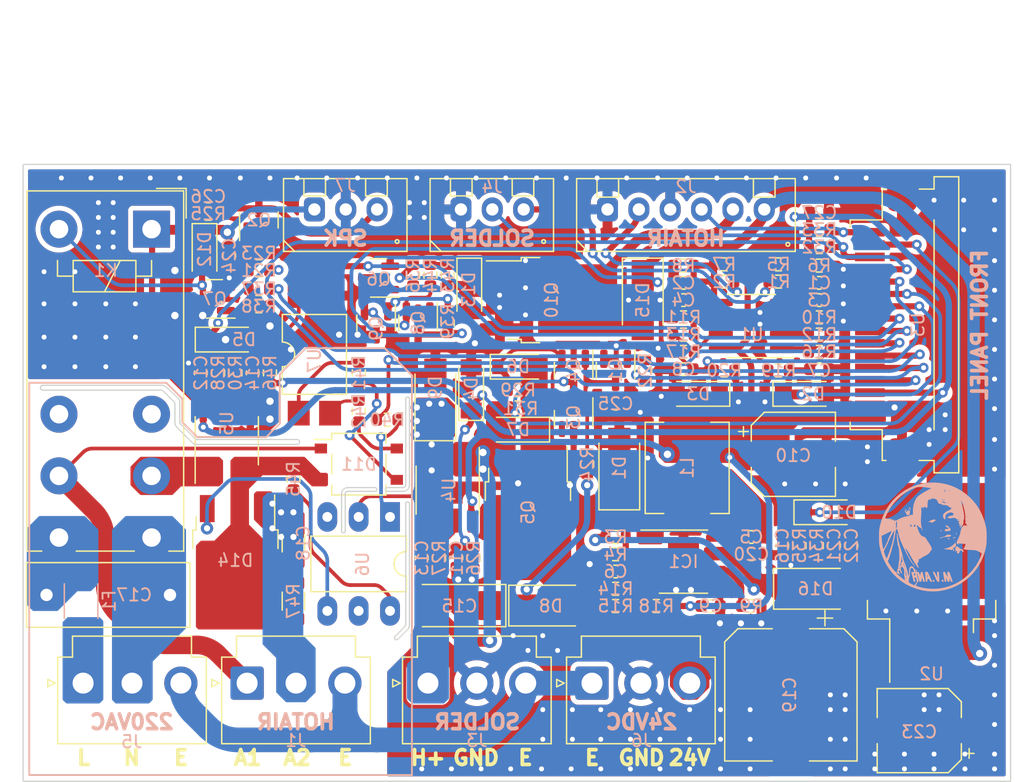
<source format=kicad_pcb>
(kicad_pcb (version 20211014) (generator pcbnew)
  (layers (0 "F.Cu" signal) (31 "B.Cu" signal) (34 "B.Paste" user) (35 "F.Paste" user) (36 "B.SilkS" user "B.Silkscreen") (37 "F.SilkS" user "F.Silkscreen") (38 "B.Mask" user) (39 "F.Mask" user) (44 "Edge.Cuts" user))
  (net 0 "")
  (net 1 "Net-(C1-Pad1)")
  (net 2 "GND")
  (net 3 "Net-(C2-Pad1)")
  (net 4 "Net-(C3-Pad1)")
  (net 5 "Net-(C4-Pad1)")
  (net 6 "Net-(C5-Pad1)")
  (net 7 "Net-(C5-Pad2)")
  (net 8 "Net-(C6-Pad1)")
  (net 9 "Net-(C6-Pad2)")
  (net 10 "SOLDER TEMP")
  (net 11 "HOTAIR TEMP")
  (net 12 "+5V")
  (net 13 "SOLDER CURRENT")
  (net 14 "HOTAIR CURRENT")
  (net 15 "Net-(C13-Pad1)")
  (net 16 "Net-(C14-Pad1)")
  (net 17 "Net-(C15-Pad1)")
  (net 18 "Net-(C15-Pad2)")
  (net 19 "VOLTAGE")
  (net 20 "AC_N")
  (net 21 "Net-(C18-Pad1)")
  (net 22 "HOTAIR HEAT")
  (net 23 "Earth_Protective")
  (net 24 "Net-(D6-Pad1)")
  (net 25 "Net-(D6-Pad2)")
  (net 26 "+24V")
  (net 27 "SOLDER HEAT")
  (net 28 "AC2")
  (net 29 "AC1")
  (net 30 "Net-(D11-Pad3)")
  (net 31 "Net-(D11-Pad4)")
  (net 32 "Net-(D12-Pad2)")
  (net 33 "Net-(D13-Pad1)")
  (net 34 "Net-(D14-Pad3)")
  (net 35 "+12V")
  (net 36 "FAN")
  (net 37 "AC_L")
  (net 38 "Net-(IC1-Pad2)")
  (net 39 "Net-(IC1-Pad4)")
  (net 40 "Net-(IC1-Pad6)")
  (net 41 "HOTAIR THER")
  (net 42 "HOTAIR HALL")
  (net 43 "SOLDER THER")
  (net 46 "AC1i")
  (net 47 "Net-(Q1-Pad1)")
  (net 48 "Net-(Q1-Pad3)")
  (net 49 "Net-(Q2-Pad1)")
  (net 50 "SPEAKER")
  (net 51 "Net-(Q6-Pad1)")
  (net 52 "Net-(Q6-Pad3)")
  (net 53 "Net-(Q7-Pad1)")
  (net 54 "Net-(Q8-Pad2)")
  (net 55 "Net-(R12-Pad2)")
  (net 56 "Net-(R13-Pad2)")
  (net 57 "SPEAKER SW")
  (net 58 "SOLDER PWM")
  (net 59 "Net-(R27-Pad2)")
  (net 60 "Net-(R30-Pad2)")
  (net 61 "+3.3V")
  (net 62 "SOLDER VIBRA")
  (net 63 "FAN PWM")
  (net 64 "POWER ENABLE")
  (net 65 "HOTAIR PWM")
  (net 66 "Net-(R40-Pad2)")
  (net 67 "Net-(R41-Pad2)")
  (net 68 "Net-(R42-Pad2)")
  (net 69 "Net-(R45-Pad1)")
  (net 70 "ZERO CROSSING")
  (net 73 "Net-(C17-Pad1)")
  (net 74 "Net-(C20-Pad1)")
  (footprint "Diode_SMD:D_MiniMELF" (layer "F.Cu") (at 161 92 180)
    (fp_text reference "D3")
    (fp_text value "Z3V3")
  )
  (footprint "Resistor_SMD:R_0603_1608Metric" (layer "F.Cu") (at 170.8 81.6 180)
    (fp_text reference "R6")
    (fp_text value "10k")
  )
  (footprint "Package_SO:SOIC-8-1EP_3.9x4.9mm_P1.27mm_EP2.514x3.2mm" (layer "F.Cu") (at 159.8 105.6)
    (fp_text reference "IC1")
    (fp_text value "MP1584EN")
  )
  (footprint "Inductor_SMD:L_Abracon_ASPI-0630LR" (layer "F.Cu") (at 160.1 98 90)
    (fp_text reference "L1")
    (fp_text value "10uH")
  )
  (footprint "Package_TO_SOT_SMD:TO-252-2" (layer "F.Cu") (at 123.5 105.5 -90)
    (fp_text reference "D14")
    (fp_text value "BT136")
  )
  (footprint "Diode_SMD:D_MiniMELF" (layer "F.Cu") (at 169.6 92)
    (fp_text reference "D2")
    (fp_text value "Z3V3")
  )
  (footprint "Resistor_SMD:R_0603_1608Metric" (layer "F.Cu") (at 169.2 104.3 -90)
    (fp_text reference "R35")
    (fp_text value "5k6")
  )
  (footprint "Capacitor_SMD:C_1206_3216Metric" (layer "F.Cu") (at 128.2 104.1 90)
    (fp_text reference "C18")
    (fp_text value "10nF/250V")
  )
  (footprint "Capacitor_SMD:C_0603_1608Metric" (layer "F.Cu") (at 170.8 90)
    (fp_text reference "C7")
    (fp_text value "100nF")
  )
  (footprint "Resistor_SMD:R_0603_1608Metric" (layer "F.Cu") (at 125.4 84.9 180)
    (fp_text reference "R38")
    (fp_text value "10k")
  )
  (footprint "Resistor_SMD:R_0603_1608Metric" (layer "F.Cu") (at 152 97.7 90)
    (fp_text reference "R24")
    (fp_text value "5k6")
  )
  (footprint "Package_TO_SOT_SMD:SOT-23" (layer "F.Cu") (at 121.8 84.3 180)
    (fp_text reference "Q7")
    (fp_text value "S8050")
  )
  (footprint "Resistor_SMD:R_0603_1608Metric" (layer "F.Cu") (at 159.8 88.6 180)
    (fp_text reference "R17")
    (fp_text value "560")
  )
  (footprint "Resistor_SMD:R_0603_1608Metric" (layer "F.Cu") (at 146.4 91.7)
    (fp_text reference "R29")
    (fp_text value "47")
  )
  (footprint "Resistor_SMD:R_0603_1608Metric" (layer "F.Cu") (at 167.5 90.1 180)
    (fp_text reference "R19")
    (fp_text value "10k")
  )
  (footprint "Package_SO:SOIC-8_3.9x4.9mm_P1.27mm" (layer "F.Cu") (at 165.3 86.5 180)
    (fp_text reference "U1")
    (fp_text value "LM358")
  )
  (footprint "Resistor_SMD:R_0603_1608Metric" (layer "F.Cu") (at 170.8 85.8 180)
    (fp_text reference "R10")
    (fp_text value "22k")
  )
  (footprint "Resistor_SMD:R_0603_1608Metric" (layer "F.Cu") (at 128.2 98.9 90)
    (fp_text reference "R45")
    (fp_text value "470")
  )
  (footprint "Capacitor_SMD:C_0603_1608Metric" (layer "F.Cu") (at 165.3 105)
    (fp_text reference "C20")
    (fp_text value "1uF")
  )
  (footprint "Resistor_SMD:R_0603_1608Metric" (layer "F.Cu") (at 125.4 82 180)
    (fp_text reference "R21")
    (fp_text value "470")
  )
  (footprint "Diode_SMD:D_MiniMELF" (layer "F.Cu") (at 146.4 94.9 180)
    (fp_text reference "D7")
    (fp_text value "Z18V")
  )
  (footprint "Diode_SMD:D_MiniMELF" (layer "F.Cu") (at 142.45 83.55 -90)
    (fp_text reference "D13")
    (fp_text value "Z18V")
  )
  (footprint "Diode_SMD:D_SMA" (layer "F.Cu") (at 149.05 109.1625)
    (fp_text reference "D8")
    (fp_text value "SS14")
  )
  (footprint "Resistor_SMD:R_1206_3216Metric" (layer "F.Cu") (at 128.2 108.8 90)
    (fp_text reference "R47")
    (fp_text value "47/1W")
  )
  (footprint "Resistor_SMD:R_0603_1608Metric" (layer "F.Cu") (at 133.5 90.3 90)
    (fp_text reference "R41")
    (fp_text value "47k")
  )
  (footprint "Diode_SMD:D_SMA" (layer "F.Cu") (at 170.5 107.8)
    (fp_text reference "D16")
    (fp_text value "SS34")
  )
  (footprint "Diode_SMD:D_SOD-123" (layer "F.Cu") (at 146.4 89.8)
    (fp_text reference "D6")
    (fp_text value "1N4148W")
  )
  (footprint "Resistor_SMD:R_0603_1608Metric" (layer "F.Cu") (at 170.8 87.2)
    (fp_text reference "R12")
    (fp_text value "10k")
  )
  (footprint "Capacitor_SMD:C_0603_1608Metric" (layer "F.Cu") (at 173.4 104.3 90)
    (fp_text reference "C22")
    (fp_text value "1uF")
  )
  (footprint "Resistor_SMD:R_0603_1608Metric" (layer "F.Cu") (at 146.4 93.1 180)
    (fp_text reference "R31")
    (fp_text value "10k")
  )
  (footprint "Resistor_SMD:R_0603_1608Metric" (layer "F.Cu") (at 163.1 90.1)
    (fp_text reference "R20")
    (fp_text value "10k")
  )
  (footprint "Package_TO_SOT_SMD:TO-263-3_TabPin2" (layer "F.Cu") (at 179.9 107.3 90)
    (fp_text reference "U2")
    (fp_text value "L7812")
  )
  (footprint "Package_DIP:SMDIP-4_W9.53mm" (layer "F.Cu") (at 129.9 88.8 90)
    (fp_text reference "U7")
    (fp_text value "LTV-817S")
  )
  (footprint "Diode_SMD:D_SMA" (layer "F.Cu") (at 156.5 84.4 -90)
    (fp_text reference "D15")
    (fp_text value "SS34")
  )
  (footprint "Resistor_SMD:R_0603_1608Metric" (layer "F.Cu") (at 140.7 82.38 -90)
    (fp_text reference "R43")
    (fp_text value "10k")
  )
  (footprint "Package_TO_SOT_SMD:SOT-23" (layer "F.Cu") (at 150.9 90.1 -90)
    (fp_text reference "Q4")
    (fp_text value "S8550")
  )
  (footprint "Package_TO_SOT_SMD:SOT-23" (layer "F.Cu") (at 134.9 86.25 -90)
    (fp_text reference "Q9")
    (fp_text value "S8550")
  )
  (footprint "Resistor_SMD:R_0603_1608Metric" (layer "F.Cu") (at 170.8 80.1)
    (fp_text reference "R32")
    (fp_text value "10k")
  )
  (footprint "Resistor_SMD:R_0603_1608Metric" (layer "F.Cu") (at 159.8 87.2 180)
    (fp_text reference "R13")
    (fp_text value "10k")
  )
  (footprint "Capacitor_SMD:C_0603_1608Metric" (layer "F.Cu") (at 170.8 83)
    (fp_text reference "C1")
    (fp_text value "100nF")
  )
  (footprint "Resistor_SMD:R_0603_1608Metric" (layer "F.Cu") (at 170.8 78.7)
    (fp_text reference "R33")
    (fp_text value "10k")
  )
  (footprint "Resistor_SMD:R_0603_1608Metric" (layer "F.Cu") (at 170.6 104.3 90)
    (fp_text reference "R34")
    (fp_text value "68k")
  )
  (footprint "Resistor_SMD:R_0603_1608Metric" (layer "F.Cu") (at 159.8 85.8)
    (fp_text reference "R11")
    (fp_text value "22k")
  )
  (footprint "Resistor_SMD:R_0603_1608Metric" (layer "F.Cu") (at 125.4 83.5 180)
    (fp_text reference "R37")
    (fp_text value "470")
  )
  (footprint "Resistor_SMD:R_0603_1608Metric" (layer "F.Cu") (at 157.6 109.2)
    (fp_text reference "R18")
    (fp_text value "120k")
  )
  (footprint "Resistor_SMD:R_0603_1608Metric" (layer "F.Cu") (at 126.3 90.3 90)
    (fp_text reference "R46")
    (fp_text value "10k")
  )
  (footprint "Resistor_SMD:R_0603_1608Metric" (layer "F.Cu") (at 142.8 105.3 90)
    (fp_text reference "R26")
    (fp_text value "1k")
  )
  (footprint "Capacitor_SMD:C_0603_1608Metric" (layer "F.Cu") (at 120.7 90.3 90)
    (fp_text reference "C12")
    (fp_text value "100nF")
  )
  (footprint "XH_2.54mm_Conn:XH_3P_2.54mm_Vertical" (layer "F.Cu") (at 141.7725 77.05)
    (fp_text reference "J4")
    (fp_text value "SOLDER SENSOR")
  )
  (footprint "XH_2.54mm_Conn:XH_6P_2.54mm_Vertical" (layer "F.Cu") (at 153.645 77.05)
    (fp_text reference "J2")
    (fp_text value "HOTAIR SENSOR")
  )
  (footprint "Capacitor_SMD:C_0603_1608Metric" (layer "F.Cu") (at 159.8 83 180)
    (fp_text reference "C2")
    (fp_text value "100nF")
  )
  (footprint "Diode_SMD:D_SMA" (layer "F.Cu") (at 139.7 92.4 90)
    (fp_text reference "D9")
    (fp_text value "SS34")
  )
  (footprint "Package_DIP:DIP-6_W7.62mm_LongPads" (layer "F.Cu") (at 136.025 101.975 -90)
    (fp_text reference "U6")
    (fp_text value "MOC3063M")
  )
  (footprint "Package_TO_SOT_SMD:TO-252-2" (layer "F.Cu") (at 149.125 84.4)
    (fp_text reference "Q10")
    (fp_text value "IRFR3708")
  )
  (footprint "Capacitor_SMD:CP_Elec_6.3x7.7" (layer "F.Cu") (at 178.9 119.3 180)
    (fp_text reference "C23")
    (fp_text value "220uF")
  )
  (footprint "Package_TO_SOT_SMD:SOT-23" (layer "F.Cu") (at 138.3 86.25 -90)
    (fp_text reference "Q8")
    (fp_text value "S8050")
  )
  (footprint "Resistor_SMD:R_0603_1608Metric" (layer "F.Cu") (at 125.4 80.6 180)
    (fp_text reference "R23")
    (fp_text value "10k")
  )
  (footprint "Capacitor_SMD:C_0603_1608Metric" (layer "F.Cu") (at 159.8 90 180)
    (fp_text reference "C8")
    (fp_text value "100nF")
  )
  (footprint "Resistor_SMD:R_0603_1608Metric" (layer "F.Cu") (at 165.3 109.2)
    (fp_text reference "R9")
    (fp_text value "100k")
  )
  (footprint "Resistor_SMD:R_0603_1608Metric" (layer "F.Cu") (at 159.8 81.6)
    (fp_text reference "R8")
    (fp_text value "10k")
  )
  (footprint "Package_TO_SOT_SMD:TO-269AA" (layer "F.Cu") (at 133.5 97.7)
    (fp_text reference "D11")
    (fp_text value "MB6S")
  )
  (footprint "Capacitor_SMD:C_0603_1608Metric" (layer "F.Cu") (at 123 80.8 90)
    (fp_text reference "C24")
    (fp_text value "100nF")
  )
  (footprint "Diode_SMD:D_MiniMELF" (layer "F.Cu") (at 171.3 101.6)
    (fp_text reference "D10")
    (fp_text value "Z3V3")
  )
  (footprint "Resistor_SMD:R_0603_1608Metric" (layer "F.Cu") (at 154.3 105 180)
    (fp_text reference "R4")
    (fp_text value "100k")
  )
  (footprint "Package_SO:SOIC-8_3.9x4.9mm_P1.27mm" (layer "F.Cu") (at 140.7 99.8 -90)
    (fp_text reference "U4")
    (fp_text value "ACS712-05A")
  )
  (footprint "Resistor_SMD:R_0603_1608Metric" (layer "F.Cu") (at 170.8 88.6)
    (fp_text reference "R16")
    (fp_text value "560")
  )
  (footprint "Resistor_SMD:R_0603_1608Metric" (layer "F.Cu") (at 139.3 82.38 90)
    (fp_text reference "R44")
    (fp_text value "100")
  )
  (footprint "Resistor_SMD:R_0603_1608Metric" (layer "F.Cu") (at 140.7 86.25 90)
    (fp_text reference "R39")
    (fp_text value "5k6")
  )
  (footprint "Capacitor_SMD:C_0603_1608Metric" (layer "F.Cu") (at 154.3 92.8)
    (fp_text reference "C25")
    (fp_text value "100nF")
  )
  (footprint "Package_TO_SOT_SMD:SOT-23" (layer "F.Cu") (at 154.3 90.1 -90)
    (fp_text reference "Q1")
    (fp_text value "S8050")
  )
  (footprint "Resistor_SMD:R_0603_1608Metric" (layer "F.Cu") (at 163.1 82.9 180)
    (fp_text reference "R2")
    (fp_text value "0")
  )
  (footprint "Connector_JST:JST_VH_B3P-VH-B_1x03_P3.96mm_Vertical" (layer "F.Cu") (at 111.1625 115.45)
    (fp_text reference "J5")
    (fp_text value "220V IN")
  )
  (footprint "Resistor_SMD:R_0603_1608Metric" (layer "F.Cu") (at 121.3 77.4)
    (fp_text reference "R25")
    (fp_text value "10k")
  )
  (footprint "Relay_THT:Relay_DPDT_Finder_40.52" (layer "F.Cu") (at 116.7075 78.6475 -90)
    (fp_text reference "K1")
    (fp_text value "FINDER-40.52")
  )
  (footprint "Resistor_SMD:R_0603_1608Metric" (layer "F.Cu") (at 122.1 90.3 -90)
    (fp_text reference "R28")
    (fp_text value "1k")
  )
  (footprint "Capacitor_SMD:C_0603_1608Metric" (layer "F.Cu") (at 162 109.2)
    (fp_text reference "C9")
    (fp_text value "100nF")
  )
  (footprint "Package_TO_SOT_SMD:SOT-23" (layer "F.Cu") (at 125.4 77.9 90)
    (fp_text reference "Q2")
    (fp_text value "S8050")
  )
  (footprint "Resistor_SMD:R_0603_1608Metric" (layer "F.Cu") (at 167.5 82.9)
    (fp_text reference "R1")
    (fp_text value "0")
  )
  (footprint "Capacitor_SMD:C_0603_1608Metric" (layer "F.Cu") (at 154.3 106.4 180)
    (fp_text reference "C6")
    (fp_text value "220nF")
  )
  (footprint "Resistor_SMD:R_0603_1608Metric" (layer "F.Cu") (at 167.5 81.5 180)
    (fp_text reference "R5")
    (fp_text value "470")
  )
  (footprint "Resistor_SMD:R_0603_1608Metric" (layer "F.Cu") (at 137.9 82.38 -90)
    (fp_text reference "R36")
    (fp_text value "470")
  )
  (footprint "Resistor_SMD:R_0603_1608Metric" (layer "F.Cu") (at 154.3 109.2 180)
    (fp_text reference "R15")
    (fp_text value "22k")
  )
  (footprint "Resistor_SMD:R_0603_1608Metric" (layer "F.Cu") (at 156.7 90.1 90)
    (fp_text reference "R22")
    (fp_text value "470")
  )
  (footprint "Capacitor_SMD:C_0603_1608Metric" (layer "F.Cu") (at 167.8 104.3 -90)
    (fp_text reference "C16")
    (fp_text value "100nF")
  )
  (footprint "Capacitor_SMD:CP_Elec_6.3x7.7" (layer "F.Cu") (at 168.7 96.9)
    (fp_text reference "C10")
    (fp_text value "220uF")
  )
  (footprint "Resistor_SMD:R_0603_1608Metric" (layer "F.Cu") (at 163.1 81.5)
    (fp_text reference "R7")
    (fp_text value "470")
  )
  (footprint "FPC_Connector:FPC_16P_1mm" (layer "F.Cu") (at 178.7 86.4 90)
    (fp_text reference "U3")
    (fp_text value "Front Panel")
  )
  (footprint "Diode_SMD:D_SOD-123F" (layer "F.Cu") (at 121 80.4 -90)
    (fp_text reference "D12")
    (fp_text value "1N4007")
  )
  (footprint "Resistor_SMD:R_0603_1608Metric" (layer "F.Cu") (at 123.5 90.3 -90)
    (fp_text reference "R30")
    (fp_text value "560")
  )
  (footprint "Capacitor_SMD:C_0603_1608Metric" (layer "F.Cu") (at 165.3 103.6)
    (fp_text reference "C5")
    (fp_text value "100nF")
  )
  (footprint "Capacitor_SMD:C_0603_1608Metric" (layer "F.Cu") (at 170.8 77.3 180)
    (fp_text reference "C27")
    (fp_text value "100nF")
  )
  (footprint "Capacitor_SMD:C_0603_1608Metric" (layer "F.Cu") (at 121.3 76 180)
    (fp_text reference "C26")
    (fp_text value "100nF")
  )
  (footprint "Capacitor_SMD:CP_Elec_10x10.5" (layer "F.Cu") (at 168.5 116.4 -90)
    (fp_text reference "C19")
    (fp_text value "470uF")
  )
  (footprint "XH_2.54mm_Conn:XH_3P_2.54mm_Vertical" (layer "F.Cu") (at 129.9 77.05)
    (fp_text reference "J7")
    (fp_text value "SOLDER SENSOR")
  )
  (footprint "Resistor_SMD:R_0603_1608Metric" (layer "F.Cu") (at 133.5 93.4 90)
    (fp_text reference "R42")
    (fp_text value "47k")
  )
  (footprint "Capacitor_SMD:C_0603_1608Metric" (layer "F.Cu") (at 170.8 84.4)
    (fp_text reference "C3")
    (fp_text value "100nF")
  )
  (footprint "Resistor_SMD:R_0603_1608Metric" (layer "F.Cu") (at 154.3 107.8 180)
    (fp_text reference "R14")
    (fp_text value "100k")
  )
  (footprint "Package_SO:SOIC-8_3.9x4.9mm_P1.27mm" (layer "F.Cu") (at 122.8 95.8 90)
    (fp_text reference "U5")
    (fp_text value "ACS712-05A")
  )
  (footprint "Diode_SMD:D_SMA" (layer "F.Cu") (at 154.6 98 90)
    (fp_text reference "D1")
    (fp_text value "SS34")
  )
  (footprint "Diode_SMD:D_MiniMELF" (layer "F.Cu") (at 142.6 91.6 90)
    (fp_text reference "D4")
    (fp_text value "Z3V3")
  )
  (footprint "Connector_JST:JST_VH_B3P-VH-B_1x03_P3.96mm_Vertical" (layer "F.Cu") (at 139.1 115.45)
    (fp_text reference "J3")
    (fp_text value "SOLDER HEAT")
  )
  (footprint "Diode_SMD:D_MiniMELF" (layer "F.Cu") (at 122.8 87.6)
    (fp_text reference "D5")
    (fp_text value "Z3V3")
  )
  (footprint "Capacitor_SMD:C_0603_1608Metric" (layer "F.Cu") (at 159.8 84.4 180)
    (fp_text reference "C4")
    (fp_text value "100nF")
  )
  (footprint "Package_TO_SOT_SMD:SOT-23" (layer "F.Cu") (at 150.9 94 -90)
    (fp_text reference "Q3")
    (fp_text value "S8050")
  )
  (footprint "Capacitor_Tantalum_SMD:CP_EIA-6032-20_AVX-F" (layer "F.Cu") (at 141.65 109.1625 180)
    (fp_text reference "C15")
    (fp_text value "22uF")
  )
  (footprint "Connector_JST:JST_VH_B3P-VH-B_1x03_P3.96mm_Vertical" (layer "F.Cu") (at 152.3875 115.45)
    (fp_text reference "J6")
    (fp_text value "24V IN")
  )
  (footprint "Capacitor_SMD:C_0603_1608Metric" (layer "F.Cu") (at 138.6 105.3 -90)
    (fp_text reference "C13")
    (fp_text value "10nF")
  )
  (footprint "Capacitor_THT:C_Rect_L13.0mm_W5.0mm_P10.00mm_FKS3_FKP3_MKS4" (layer "F.Cu") (at 108.2 108.3)
    (fp_text reference "C17")
    (fp_text value "100nF/250V")
  )
  (footprint "Capacitor_SMD:C_0603_1608Metric" (layer "F.Cu") (at 124.9 90.3 90)
    (fp_text reference "C14")
    (fp_text value "10nF")
  )
  (footprint "Connector_JST:JST_VH_B3P-VH-B_1x03_P3.96mm_Vertical" (layer "F.Cu") (at 124.45 115.45)
    (fp_text reference "J1")
    (fp_text value "HOTAIR HEAT")
  )
  (footprint "Package_TO_SOT_SMD:SOT-23" (layer "F.Cu") (at 135.1 82.6 180)
    (fp_text reference "Q6")
    (fp_text value "S8050")
  )
  (footprint "Resistor_SMD:R_0603_1608Metric" (layer "F.Cu") (at 135.8 94.1)
    (fp_text reference "R40")
    (fp_text value "470")
  )
  (footprint "Resistor_SMD:R_0603_1608Metric" (layer "F.Cu") (at 154.3 103.6)
    (fp_text reference "R3")
    (fp_text value "100k")
  )
  (footprint "Capacitor_SMD:C_0603_1608Metric" (layer "F.Cu") (at 141.4 105.3 -90)
    (fp_text reference "C11")
    (fp_text value "100nF")
  )
  (footprint "Package_TO_SOT_SMD:TO-252-2" (layer "F.Cu") (at 147.2 101.6 -90)
    (fp_text reference "Q5")
    (fp_text value "IRFR3708")
  )
  (footprint "Resistor_SMD:R_0603_1608Metric" (layer "F.Cu") (at 140 105.3 90)
    (fp_text reference "R27")
    (fp_text value "560")
  )
  (footprint "Capacitor_SMD:C_0603_1608Metric" (layer "F.Cu") (at 172 104.3 90)
    (fp_text reference "C21")
    (fp_text value "100nF")
  )
  (footprint "Image:MVA_Bmpx20" (layer "B.Cu") (at 178.17641 102.336946 180)
    (fp_text reference " ")
    (fp_text value "LOGO" hide)
  )
  (footprint "Fuse:Fuse_2010_5025Metric" (layer "B.Cu") (at 111 108.8 90)
    (fp_text reference "F1")
    (fp_text value "Fuse")
  )
  (gr_line (start 135.6 88.3) (end 129.2 88.3) (layer "B.SilkS") (width 0.15))
  (gr_line (start 135.8 88.5) (end 135.6 88.3) (layer "B.SilkS") (width 0.15))
  (gr_line (start 119.2 92.4) (end 117.9 91.1) (layer "B.SilkS") (width 0.15))
  (gr_line (start 137.8 122.9) (end 137.8 90.5) (layer "B.SilkS") (width 0.15))
  (gr_line (start 106.8 91.1) (end 106.8 122.9) (layer "B.SilkS") (width 0.15))
  (gr_line (start 119.2 94.3) (end 119.2 92.6) (layer "B.SilkS") (width 0.15))
  (gr_line (start 127.1 94.3) (end 127.1 94.4) (layer "B.SilkS") (width 0.15))
  (gr_line (start 119.2 92.6) (end 119.2 92.4) (layer "B.SilkS") (width 0.15))
  (gr_line (start 127.1 94.4) (end 126 95.5) (layer "B.SilkS") (width 0.15))
  (gr_line (start 106.8 122.9) (end 137.8 122.9) (layer "B.SilkS") (width 0.15))
  (gr_line (start 120.4 95.5) (end 119.2 94.3) (layer "B.SilkS") (width 0.15))
  (gr_line (start 129.2 88.3) (end 127.1 90.4) (layer "B.SilkS") (width 0.15))
  (gr_line (start 127.1 90.4) (end 127.1 94.3) (layer "B.SilkS") (width 0.15))
  (gr_line (start 137.8 90.5) (end 135.8 88.5) (layer "B.SilkS") (width 0.15))
  (gr_line (start 117.9 91.1) (end 106.8 91.1) (layer "B.SilkS") (width 0.15))
  (gr_line (start 126 95.5) (end 120.6 95.5) (layer "B.SilkS") (width 0.15))
  (gr_line (start 120.6 95.5) (end 120.4 95.5) (layer "B.SilkS") (width 0.15))
  (gr_line (start 120.4 96.1) (end 128.5 96.1) (layer "Edge.Cuts") (width 0.1))
  (gr_line (start 137.424264 111.124264) (end 136.7 111.848528) (layer "Edge.Cuts") (width 0.1))
  (gr_line (start 119.975736 95.924264) (end 118.775043 94.724957) (layer "Edge.Cuts") (width 0.1))
  (gr_arc (start 134.8 99.6) (mid 134.956954 99.75) (end 134.8 99.9) (layer "Edge.Cuts") (width 0.1))
  (gr_arc (start 132.4 100.1) (mid 132.458579 99.958579) (end 132.6 99.9) (layer "Edge.Cuts") (width 0.1))
  (gr_arc (start 137.6 99.4) (mid 137.453553 99.753553) (end 137.1 99.9) (layer "Edge.Cuts") (width 0.1))
  (gr_line (start 120.4 95.7) (end 128.5 95.7) (layer "Edge.Cuts") (width 0.1))
  (gr_line (start 134.8 99.9) (end 132.6 99.9) (layer "Edge.Cuts") (width 0.1))
  (gr_line (start 137.1 99.6) (end 135.8 99.6) (layer "Edge.Cuts") (width 0.1))
  (gr_arc (start 137.3 100.9) (mid 137.45 100.75) (end 137.6 100.9) (layer "Edge.Cuts") (width 0.1))
  (gr_line (start 137.6 92.4) (end 137.6 99.4) (layer "Edge.Cuts") (width 0.1))
  (gr_line (start 107.9 91.7) (end 117.5 91.7) (layer "Edge.Cuts") (width 0.1))
  (gr_line (start 132.4 100.1) (end 132.4 103.1) (layer "Edge.Cuts") (width 0.1))
  (gr_line (start 137.6 110.7) (end 137.6 100.9) (layer "Edge.Cuts") (width 0.1))
  (gr_arc (start 137.6 110.7) (mid 137.554328 110.92961) (end 137.424264 111.124264) (layer "Edge.Cuts") (width 0.1))
  (gr_line (start 134.8 99.6) (end 132.6 99.6) (layer "Edge.Cuts") (width 0.1))
  (gr_line (start 117.924264 91.475736) (end 118.8 92.3) (layer "Edge.Cuts") (width 0.1))
  (gr_arc (start 119.052638 94.447362) (mid 119.007462 94.379752) (end 118.991599 94.3) (layer "Edge.Cuts") (width 0.1))
  (gr_line (start 118.59902 94.3) (end 118.59902 92.8) (layer "Edge.Cuts") (width 0.1))
  (gr_line (start 137.241421 110.841421) (end 136.4 111.7) (layer "Edge.Cuts") (width 0.1))
  (gr_arc (start 135.8 99.9) (mid 135.643016 99.75) (end 135.8 99.6) (layer "Edge.Cuts") (width 0.1))
  (gr_rect (start 106.3 73.4) (end 186.3 123.4) (layer "Edge.Cuts") (width 0.1) (fill none))
  (gr_line (start 107.9 91.3) (end 117.5 91.3) (layer "Edge.Cuts") (width 0.1))
  (gr_arc (start 136.7 111.848528) (mid 136.479461 111.916738) (end 136.4 111.7) (layer "Edge.Cuts") (width 0.1))
  (gr_arc (start 137.3 92.4) (mid 137.45 92.25) (end 137.6 92.4) (layer "Edge.Cuts") (width 0.1))
  (gr_line (start 120.258579 95.641421) (end 119.052638 94.447362) (layer "Edge.Cuts") (width 0.1))
  (gr_arc (start 118.8 92.3) (mid 118.941228 92.47824) (end 118.991599 92.7) (layer "Edge.Cuts") (width 0.1))
  (gr_line (start 137.1 99.9) (end 135.8 99.9) (layer "Edge.Cuts") (width 0.1))
  (gr_arc (start 107.9 91.7) (mid 107.7 91.5) (end 107.9 91.3) (layer "Edge.Cuts") (width 0.1))
  (gr_arc (start 132.4 103.1) (mid 132.25 103.256954) (end 132.1 103.1) (layer "Edge.Cuts") (width 0.1))
  (gr_arc (start 120.4 95.7) (mid 120.323463 95.684776) (end 120.258579 95.641421) (layer "Edge.Cuts") (width 0.1))
  (gr_arc (start 118.775043 94.724957) (mid 118.644767 94.529985) (end 118.59902 94.3) (layer "Edge.Cuts") (width 0.1))
  (gr_arc (start 137.3 110.7) (mid 137.284776 110.776537) (end 137.241421 110.841421) (layer "Edge.Cuts") (width 0.1))
  (gr_arc (start 118.537981 92.652638) (mid 118.583157 92.720248) (end 118.59902 92.8) (layer "Edge.Cuts") (width 0.1))
  (gr_arc (start 117.5 91.7) (mid 117.576537 91.715224) (end 117.641421 91.758579) (layer "Edge.Cuts") (width 0.1))
  (gr_arc (start 137.3 99.4) (mid 137.241421 99.541421) (end 137.1 99.6) (layer "Edge.Cuts") (width 0.1))
  (gr_arc (start 128.5 95.7) (mid 128.7 95.9) (end 128.5 96.1) (layer "Edge.Cuts") (width 0.1))
  (gr_arc (start 132.1 100.1) (mid 132.246447 99.746447) (end 132.6 99.6) (layer "Edge.Cuts") (width 0.1))
  (gr_line (start 137.3 92.4) (end 137.3 99.4) (layer "Edge.Cuts") (width 0.1))
  (gr_line (start 118.991599 94.3) (end 118.991599 92.7) (layer "Edge.Cuts") (width 0.1))
  (gr_arc (start 120.4 96.1) (mid 120.17039 96.054328) (end 119.975736 95.924264) (layer "Edge.Cuts") (width 0.1))
  (gr_line (start 117.641421 91.758579) (end 118.537981 92.652638) (layer "Edge.Cuts") (width 0.1))
  (gr_line (start 132.1 100.1) (end 132.1 103.1) (layer "Edge.Cuts") (width 0.1))
  (gr_line (start 137.3 110.7) (end 137.3 100.9) (layer "Edge.Cuts") (width 0.1))
  (gr_arc (start 117.5 91.3) (mid 117.72961 91.345672) (end 117.924264 91.475736) (layer "Edge.Cuts") (width 0.1))
  (gr_text "HOTAIR" (at 128.4 118.6) (layer "B.SilkS") (effects (font (size 1.2 1.2) (thickness 0.3)) (justify mirror)))
  (gr_text "24VDC" (at 156.4 118.6) (layer "B.SilkS") (effects (font (size 1.2 1.2) (thickness 0.3)) (justify mirror)))
  (gr_text "FRONT PANEL" (at 183.8 86.4 90) (layer "B.SilkS") (effects (font (size 1.2 1.2) (thickness 0.3)) (justify mirror)))
  (gr_text "SPK" (at 132.4 79.4) (layer "B.SilkS") (effects (font (size 1.2 1.2) (thickness 0.3)) (justify mirror)))
  (gr_text "220VAC" (at 115.1 118.6) (layer "B.SilkS") (effects (font (size 1.2 1.2) (thickness 0.3)) (justify mirror)))
  (gr_text "SOLDER" (at 144.3 79.4) (layer "B.SilkS") (effects (font (size 1.2 1.2) (thickness 0.3)) (justify mirror)))
  (gr_text "SOLDER" (at 143.1 118.6) (layer "B.SilkS") (effects (font (size 1.2 1.2) (thickness 0.3)) (justify mirror)))
  (gr_text "HOTAIR" (at 160 79.4) (layer "B.SilkS") (effects (font (size 1.2 1.2) (thickness 0.3)) (justify mirror)))
  (gr_text "H+" (at 139.1 121.5) (layer "F.SilkS") (effects (font (size 1.2 1.2) (thickness 0.3))))
  (gr_text "GND" (at 156.4 121.5) (layer "F.SilkS") (effects (font (size 1.2 1.2) (thickness 0.3))))
  (gr_text "A2" (at 128.5 121.5) (layer "F.SilkS") (effects (font (size 1.2 1.2) (thickness 0.3))))
  (gr_text "N" (at 115.1 121.5) (layer "F.SilkS") (effects (font (size 1.2 1.2) (thickness 0.3))))
  (gr_text "L" (at 111.2 121.5) (layer "F.SilkS") (effects (font (size 1.2 1.2) (thickness 0.3))))
  (gr_text "24V" (at 160.3 121.5) (layer "F.SilkS") (effects (font (size 1.2 1.2) (thickness 0.3))))
  (gr_text "E" (at 152.4 121.5) (layer "F.SilkS") (effects (font (size 1.2 1.2) (thickness 0.3))))
  (gr_text "E" (at 119.1 121.5) (layer "F.SilkS") (effects (font (size 1.2 1.2) (thickness 0.3))))
  (gr_text "E" (at 147 121.5) (layer "F.SilkS") (effects (font (size 1.2 1.2) (thickness 0.3))))
  (gr_text "A1" (at 124.5 121.5) (layer "F.SilkS") (effects (font (size 1.2 1.2) (thickness 0.3))))
  (gr_text "GND" (at 143 121.5) (layer "F.SilkS") (effects (font (size 1.2 1.2) (thickness 0.3))))
  (gr_text "E" (at 132.4 121.5) (layer "F.SilkS") (effects (font (size 1.2 1.2) (thickness 0.3))))
  (segment (start 168.325 81.5) (end 168.325 82.9) (width 0.5) (layer "F.Cu") (net 1))
  (segment (start 169.975 82.95) (end 169.975 81.6) (width 0.5) (layer "F.Cu") (net 1))
  (segment (start 169.15 85.4) (end 169.15 82.95) (width 0.3) (layer "F.Cu") (net 1))
  (segment (start 167.775 85.865) (end 168.685 85.865) (width 0.3) (layer "F.Cu") (net 1))
  (segment (start 168.325 81.5) (end 169.875 81.5) (width 0.5) (layer "F.Cu") (net 1))
  (segment (start 168.325 82.9) (end 169.2 82.9) (width 0.5) (layer "F.Cu") (net 1))
  (segment (start 169.15 82.95) (end 169.2 82.9) (width 0.3) (layer "F.Cu") (net 1))
  (segment (start 169.2 82.9) (end 169.925 82.9) (width 0.5) (layer "F.Cu") (net 1))
  (arc (start 169.925 82.9) (mid 169.995711 82.929289) (end 170.025 83) (width 0.5) (layer "F.Cu") (net 1))
  (arc (start 169.875 81.5) (mid 169.945711 81.529289) (end 169.975 81.6) (width 0.5) (layer "F.Cu") (net 1))
  (arc (start 170.025 83) (mid 169.989645 82.985355) (end 169.975 82.95) (width 0.5) (layer "F.Cu") (net 1))
  (arc (start 168.685 85.865) (mid 169.013805 85.728805) (end 169.15 85.4) (width 0.3) (layer "F.Cu") (net 1))
  (segment (start 159.8 107.46) (end 159.8 105.6) (width 0.5) (layer "F.Cu") (net 2))
  (segment (start 141.4 106.9) (end 141.55 107.05) (width 0.3) (layer "F.Cu") (net 2))
  (segment (start 166.075 105) (end 167.725 105) (width 0.5) (layer "F.Cu") (net 2))
  (segment (start 126.35 78.8375) (end 126.35 80.298224) (width 0.5) (layer "F.Cu") (net 2))
  (segment (start 142.8 106.9) (end 142.65 107.05) (width 0.3) (layer "F.Cu") (net 2))
  (segment (start 152.2 105) (end 152.2 105.8) (width 0.5) (layer "F.Cu") (net 2))
  (segment (start 153.261611 107.711612) (end 152.65 107.1) (width 0.5) (layer "F.Cu") (net 2))
  (segment (start 141.4 106.075) (end 141.4 106.9) (width 0.3) (layer "F.Cu") (net 2))
  (segment (start 153.475 105) (end 152.2 105) (width 0.5) (layer "F.Cu") (net 2))
  (segment (start 122.1 89.394974) (end 122.1 89.475) (width 0.3) (layer "F.Cu") (net 2))
  (segment (start 169.2 105.125) (end 167.85 105.125) (width 0.5) (layer "F.Cu") (net 2))
  (segment (start 153.475 107.8) (end 153.475 109.2) (width 0.5) (layer "F.Cu") (net 2))
  (segment (start 142.8 106.125) (end 142.8 106.9) (width 0.3) (layer "F.Cu") (net 2))
  (segment (start 168.5 105.9) (end 168.5 105.075) (width 0.5) (layer "F.Cu") (net 2))
  (segment (start 152.2 106.013604) (end 152.2 105.8) (width 0.5) (layer "F.Cu") (net 2))
  (segment (start 134.5 100.3) (end 138.2 100.3) (width 0.3) (layer "F.Cu") (net 2))
  (segment (start 120.7 89.525) (end 120.484619 89.525) (width 0.5) (layer "F.Cu") (net 2))
  (segment (start 133.485 101.975) (end 133.485 101.315) (width 0.3) (layer "F.Cu") (net 2))
  (segment (start 122.45 88.55) (end 123.05 87.95) (width 0.3) (layer "F.Cu") (net 2))
  (segment (start 124.9 89.525) (end 124.9 88.444974) (width 0.3) (layer "F.Cu") (net 2))
  (segment (start 122.1 89.475) (end 120.82071 89.475) (width 0.5) (layer "F.Cu") (net 2))
  (segment (start 168.5 105.075) (end 167.8 105.075) (width 0.5) (layer "F.Cu") (net 2))
  (segment (start 138.8 100.9) (end 138.8 102.27) (width 0.3) (layer "F.Cu") (net 2))
  (segment (start 162.775 109.2) (end 162.775 107.8425) (width 0.5) (layer "F.Cu") (net 2))
  (segment (start 159.845 107.505) (end 159.8 107.46) (width 0.5) (layer "F.Cu") (net 2))
  (segment (start 162.4375 107.505) (end 159.845 107.505) (width 0.5) (layer "F.Cu") (net 2))
  (segment (start 173.05 103.175) (end 173.4 103.525) (width 0.5) (layer "F.Cu") (net 2))
  (segment (start 124.55 87.6) (end 123.894974 87.6) (width 0.3) (layer "F.Cu") (net 2))
  (segment (start 173.05 101.6) (end 173.05 103.175) (width 0.5) (layer "F.Cu") (net 2))
  (segment (start 138.6 106.075) (end 138.6 107.05) (width 0.3) (layer "F.Cu") (net 2))
  (via (at 110.5 82.1) (size 0.8) (drill 0.4) (layers "F.Cu" "B.Cu") (net 2))
  (via (at 172.75 86.1) (size 0.8) (drill 0.4) (layers "F.Cu" "B.Cu") (net 2))
  (via (at 112.4 77.7) (size 0.8) (drill 0.4) (layers "F.Cu" "B.Cu") (net 2))
  (via (at 153.1 120) (size 0.8) (drill 0.4) (layers "F.Cu" "B.Cu") (net 2))
  (via (at 185 114) (size 0.8) (drill 0.4) (layers "F.Cu" "B.Cu") (net 2))
  (via (at 123 82.6) (size 0.8) (drill 0.4) (layers "F.Cu" "B.Cu") (net 2))
  (via (at 109.4 74.5) (size 0.8) (drill 0.4) (layers "F.Cu" "B.Cu") (net 2))
  (via (at 181 93.7) (size 0.8) (drill 0.4) (layers "F.Cu" "B.Cu") (net 2))
  (via (at 150.6 99.4) (size 1) (drill 0.5) (layers "F.Cu" "B.Cu") (net 2))
  (via (at 111.8 74.5) (size 0.8) (drill 0.4) (layers "F.Cu" "B.Cu") (net 2))
  (via (at 146 111.6) (size 0.8) (drill 0.4) (layers "F.Cu" "B.Cu") (net 2))
  (via (at 150.3 74.5) (size 0.8) (drill 0.4) (layers "F.Cu" "B.Cu") (net 2))
  (via (at 185 111.6) (size 0.8) (drill 0.4) (layers "F.Cu" "B.Cu") (net 2))
  (via (at 108 84.7) (size 0.8) (drill 0.4) (layers "F.Cu" "B.Cu") (net 2))
  (via (at 113.6 76.5) (size 0.8) (drill 0.4) (layers "F.Cu" "B.Cu") (net 2))
  (via (at 172.75 83.25) (size 0.8) (drill 0.4) (layers "F.Cu" "B.Cu") (net 2))
  (via (at 128 88.4) (size 1) (drill 0.5) (layers "F.Cu" "B.Cu") (net 2))
  (via (at 172.75 81.9) (size 0.8) (drill 0.4) (layers "F.Cu" "B.Cu") (net 2))
  (via (at 169.7 74.5) (size 0.8) (drill 0.4) (layers "F.Cu" "B.Cu") (net 2))
  (via (at 185 121.2) (size 0.8) (drill 0.4) (layers "F.Cu" "B.Cu") (net 2))
  (via (at 154.35 88.1) (size 0.8) (drill 0.4) (layers "F.Cu" "B.Cu") (net 2))
  (via (at 176.2 109.6) (size 0.8) (drill 0.4) (layers "F.Cu" "B.Cu") (net 2))
  (via (at 147 85.6) (size 0.8) (drill 0.4) (layers "F.Cu" "B.Cu") (net 2))
  (via (at 155.35 84.4) (size 0.8) (drill 0.4) (layers "F.Cu" "B.Cu") (net 2))
  (via (at 148.4 120) (size 0.8) (drill 0.4) (layers "F.Cu" "B.Cu") (net 2))
  (via (at 170.5 99.3) (size 0.8) (drill 0.4) (layers "F.Cu" "B.Cu") (net 2))
  (via (at 143 74.5) (size 0.8) (drill 0.4) (layers "F.Cu" "B.Cu") (net 2))
  (via (at 185 98.1) (size 0.8) (drill 0.4) (layers "F.Cu" "B.Cu") (net 2))
  (via (at 143.4 122.4) (size 0.8) (drill 0.4) (layers "F.Cu" "B.Cu") (net 2))
  (via (at 138.6 122.4) (size 0.8) (drill 0.4) (layers "F.Cu" "B.Cu") (net 2))
  (via (at 141 122.4) (size 0.8) (drill 0.4) (layers "F.Cu" "B.Cu") (net 2))
  (via (at 144.9 84) (size 0.8) (drill 0.4) (layers "F.Cu" "B.Cu") (net 2))
  (via (at 162.75 110.6) (size 1) (drill 0.5) (layers "F.Cu" "B.Cu") (net 2))
  (via (at 146.4 99.25) (size 1) (drill 0.5) (layers "F.Cu" "B.Cu") (net 2))
  (via (at 185 95.7) (size 0.8) (drill 0.4) (layers "F.Cu" "B.Cu") (net 2))
  (via (at 185 76.3) (size 0.8) (drill 0.4) (layers "F.Cu" "B.Cu") (net 2))
  (via (at 185 122.4) (size 0.8) (drill 0.4) (layers "F.Cu" "B.Cu") (net 2))
  (via (at 108 89.8) (size 0.8) (drill 0.4) (layers "F.Cu" "B.Cu") (net 2))
  (via (at 137.6 76.5) (size 0.8) (drill 0.4) (layers "F.Cu" "B.Cu") (net 2))
  (via (at 162.8 120) (size 0.8) (drill 0.4) (layers "F.Cu" "B.Cu") (net 2))
  (via (at 137.6 77.7) (size 0.8) (drill 0.4) (layers "F.Cu" "B.Cu") (net 2))
  (via (at 113.6 78.9) (size 0.8) (drill 0.4) (layers "F.Cu" "B.Cu") (net 2))
  (via (at 166 85.4) (size 0.8) (drill 0.4) (layers "F.Cu" "B.Cu") (net 2))
  (via (at 162.8 117.6) (size 0.8) (drill 0.4) (layers "F.Cu" "B.Cu") (net 2))
  (via (at 185 93.2) (size 0.8) (drill 0.4) (layers "F.Cu" "B.Cu") (net 2))
  (via (at 176.9 93.1) (size 1) (drill 0.5) (layers "F.Cu" "B.Cu") (net 2))
  (via (at 157.75 88.3) (size 0.8) (drill 0.4) (layers "F.Cu" "B.Cu") (net 2))
  (via (at 131.9 87.2) (size 1) (drill 0.5) (layers "F.Cu" "B.Cu") (net 2))
  (via (at 160.1 74.5) (size 0.8) (drill 0.4) (layers "F.Cu" "B.Cu") (net 2))
  (via (at 115.4 89.8) (size 0.8) (drill 0.4) (layers "F.Cu" "B.Cu") (net 2))
  (via (at 179.7 94.9) (size 0.8) (drill 0.4) (layers "F.Cu" "B.Cu") (net 2))
  (via (at 185 110.4) (size 0.8) (drill 0.4) (layers "F.Cu" "B.Cu") (net 2))
  (via (at 147 81.2) (size 0.8) (drill 0.4) (layers "F.Cu" "B.Cu") (net 2))
  (via (at 118.6 82) (size 1.2) (drill 0.6) (layers "F.Cu" "B.Cu") (net 2))
  (via (at 122.7 87.6) (size 1.2) (drill 0.6) (layers "F.Cu" "B.Cu") (net 2))
  (via (at 118.6 85.65) (size 1.2) (drill 0.6) (layers "F.Cu" "B.Cu") (net 2))
  (via (at 115.4 84.7) (size 0.8) (drill 0.4) (layers "F.Cu" "B.Cu") (net 2))
  (via (at 119.7 89.5) (size 0.8) (drill 0.4) (layers "F.Cu" "B.Cu") (net 2))
  (via (at 162.5 74.5) (size 0.8) (drill 0.4) (layers "F.Cu" "B.Cu") (net 2))
  (via (at 150.8 120) (size 0.8) (drill 0.4) (layers "F.Cu" "B.Cu") (net 2))
  (via (at 135.8 74.5) (size 0.8) (drill 0.4) (layers "F.Cu" "B.Cu") (net 2))
  (via (at 144.9 85) (size 0.8) (drill 0.4) (layers "F.Cu" "B.Cu") (net 2))
  (via (at 153.1 122.4) (size 0.8) (drill 0.4) (layers "F.Cu" "B.Cu") (net 2))
  (via (at 145.8 122.4) (size 0.8) (drill 0.4) (layers "F.Cu" "B.Cu") (net 2))
  (via (at 166 86.35) (size 0.8) (drill 0.4) (layers "F.Cu" "B.Cu") (net 2))
  (via (at 148.4 117.6) (size 0.8) (drill 0.4) (layers "F.Cu" "B.Cu") (net 2))
  (via (at 168.5 105.9) (size 0.8) (drill 0.4) (layers "F.Cu" "B.Cu") (net 2))
  (via (at 138.2 74.5) (size 0.8) (drill 0.4) (layers "F.Cu" "B.Cu") (net 2))
  (via (at 133.4 74.5) (size 0.8) (drill 0.4) (layers "F.Cu" "B.Cu") (net 2))
  (via (at 185 81.2) (size 0.8) (drill 0.4) (layers "F.Cu" "B.Cu") (net 2))
  (via (at 108 87.4) (size 0.8) (drill 0.4) (layers "F.Cu" "B.Cu") (net 2))
  (via (at 165.2 122.4) (size 0.8) (drill 0.4) (layers "F.Cu" "B.Cu") (net 2))
  (via (at 126.3 86.5) (size 1.2) (drill 0.6) (layers "F.Cu" "B.Cu") (net 2))
  (via (at 162.8 122.4) (size 0.8) (drill 0.4) (layers "F.Cu" "B.Cu") (net 2))
  (via (at 156.3 93.5) (size 0.8) (drill 0.4) (layers "F.Cu" "B.Cu") (net 2))
  (via (at 172.9 117.6) (size 0.8) (drill 0.4) (layers "F.Cu" "B.Cu") (net 2))
  (via (at 110.5 87.4) (size 0.8) (drill 0.4) (layers "F.Cu" "B.Cu") (net 2))
  (via (at 177.7 121.2) (size 0.8) (drill 0.4) (layers "F.Cu" "B.Cu") (net 2))
  (via (at 171.7 116.4) (size 0.8) (drill 0.4) (layers "F.Cu" "B.Cu") (net 2))
  (via (at 182.5 76.3) (size 0.8) (drill 0.4) (layers "F.Cu" "B.Cu") (net 2))
  (via (at 133.4 87.2) (size 1) (drill 0.5) (layers "F.Cu" "B.Cu") (net 2))
  (via (at 182.5 78.7) (size 0.8) (drill 0.4) (layers "F.Cu" "B.Cu") (net 2))
  (via (at 160.3 122.4) (size 0.8) (drill 0.4) (layers "F.Cu" "B.Cu") (net 2))
  (via (at 141.55 107.05) (size 1) (drill 0.5) (layers "F.Cu" "B.Cu") (net 2))
  (via (at 181.2 109.6) (size 0.8) (drill 0.4) (layers "F.Cu" "B.Cu") (net 2))
  (via (at 155.5 120) (size 0.8) (drill 0.4) (layers "F.Cu" "B.Cu") (net 2))
  (via (at 174.6 74.5) (size 0.8) (drill 0.4) (layers "F.Cu" "B.Cu") (net 2))
  (via (at 172.2 74.5) (size 0.8) (drill 0.4) (layers "F.Cu" "B.Cu") (net 2))
  (via (at 152.8 74.5) (size 0.8) (drill 0.4) (layers "F.Cu" "B.Cu") (net 2))
  (via (at 180.1 76.3) (size 0.8) (drill 0.4) (layers "F.Cu" "B.Cu") (net 2))
  (via (at 160.3 120) (size 0.8) (drill 0.4) (layers "F.Cu" "B.Cu") (net 2))
  (via (at 160.4 107.9) (size 1) (drill 0.5) (layers "F.Cu" "B.Cu") (net 2))
  (via (at 120.85 85.65) (size 1.2) (drill 0.6) (layers "F.Cu" "B.Cu") (net 2))
  (via (at 126.3 74.5) (size 0.8) (drill 0.4) (layers "F.Cu" "B.Cu") (net 2))
  (via (at 157.9 84.4) (size 0.8) (drill 0.4) (layers "F.Cu" "B.Cu") (net 2))
  (via (at 171.7 120) (size 0.8) (drill 0.4) (layers "F.Cu" "B.Cu") (net 2))
  (via (at 113 87.4) (size 0.8) (drill 0.4) (layers "F.Cu" "B.Cu") (net 2))
  (via (at 168 99.3) (size 0.8) (drill 0.4) (layers "F.Cu" "B.Cu") (net 2))
  (via (at 145.4 74.5) (size 0.8) (drill 0.4) (layers "F.Cu" "B.Cu") (net 2))
  (via (at 160.3 117.6) (size 0.8) (drill 0.4) (layers "F.Cu" "B.Cu") (net 2))
  (via (at 140.6 74.5) (size 0.8) (drill 0.4) (layers "F.Cu" "B.Cu") (net 2))
  (via (at 167.3 74.5) (size 0.8) (drill 0.4) (layers "F.Cu" "B.Cu") (net 2))
  (via (at 116.6 74.5) (size 0.8) (drill 0.4) (layers "F.Cu" "B.Cu") (net 2))
  (via (at 177.7 122.4) (size 0.8) (drill 0.4) (layers "F.Cu" "B.Cu") (net 2))
  (via (at 110.5 89.8) (size 0.8) (drill 0.4) (layers "F.Cu" "B.Cu") (net 2))
  (via (at 142.65 107.05) (size 1) (drill 0.5) (layers "F.Cu" "B.Cu") (net 2))
  (via (at 147 83.4) (size 0.8) (drill 0.4) (layers "F.Cu" "B.Cu") (net 2))
  (via (at 185 116.4) (size 0.8) (drill 0.4) (layers "F.Cu" "B.Cu") (net 2))
  (via (at 113.6 80.1) (size 0.8) (drill 0.4) (layers "F.Cu" "B.Cu") (net 2))
  (via (at 185 90.8) (size 0.8) (drill 0.4) (layers "F.Cu" "B.Cu") (net 2))
  (via (at 165.2 120) (size 0.8) (drill 0.4) (layers "F.Cu" "B.Cu") (net 2))
  (via (at 121.4 74.5) (size 0.8) (drill 0.4) (layers "F.Cu" "B.Cu") (net 2))
  (via (at 126.3 94.05) (size 1.2) (drill 0.6) (layers "F.Cu" "B.Cu") (net 2))
  (via (at 174.7 97.5) (size 0.8) (drill 0.4) (layers "F.Cu" "B.Cu") (net 2))
  (via (at 171.7 122.4) (size 0.8) (drill 0.4) (layers "F.Cu" "B.Cu") (net 2))
  (via (at 155.2 74.5) (size 0.8) (drill 0.4) (layers "F.Cu" "B.Cu") (net 2))
  (via (at 179.3 117.6) (size 0.8) (drill 0.4) (layers "F.Cu" "B.Cu") (net 2))
  (via (at 157.7 74.5) (size 0.8) (drill 0.4) (layers "F.Cu" "B.Cu") (net 2))
  (via (at 113 89.8) (size 0.8) (drill 0.4) (layers "F.Cu" "B.Cu") (net 2))
  (via (at 155.5 117.6) (size 0.8) (drill 0.4) (layers "F.Cu" "B.Cu") (net 2))
  (via (at 142.9 87.9) (size 1) (drill 0.5) (layers "F.Cu" "B.Cu") (net 2))
  (via (at 112.4 76.5) (size 0.8) (drill 0.4) (layers "F.Cu" "B.Cu") (net 2))
  (via (at 150.8 117.6) (size 0.8) (drill 0.4) (layers "F.Cu" "B.Cu") (net 2))
  (via (at 172.9 120) (size 0.8) (drill 0.4) (layers "F.Cu" "B.Cu") (net 2))
  (via (at 147.9 74.5) (size 0.8) (drill 0.4) (layers "F.Cu" "B.Cu") (net 2))
  (via (at 152.2 105.8) (size 1) (drill 0.5) (layers "F.Cu" "B.Cu") (net 2))
  (via (at 114.2 74.5) (size 0.8) (drill 0.4) (layers "F.Cu" "B.Cu") (net 2))
  (via (at 113 84.7) (size 0.8) (drill 0.4) (layers "F.Cu" "B.Cu") (net 2))
  (via (at 130.9 74.5) (size 0.8) (drill 0.4) (layers "F.Cu" "B.Cu") (net 2))
  (via (at 185 78.7) (size 0.8) (drill 0.4) (layers "F.Cu" "B.Cu") (net 2))
  (via (at 157.9 117.6) (size 0.8) (drill 0.4) (layers "F.Cu" "B.Cu") (net 2))
  (via (at 166.4 92.65) (size 0.8) (drill 0.4) (layers "F.Cu" "B.Cu") (net 2))
  (via (at 155.5 122.4) (size 0.8) (drill 0.4) (layers "F.Cu" "B.Cu") (net 2))
  (via (at 156.9 97.2) (size 0.8) (drill 0.4) (layers "F.Cu" "B.Cu") (net 2))
  (via (at 149.6 112.8) (size 0.8) (drill 0.4) (layers "F.Cu" "B.Cu") (net 2))
  (via (at 126.3 92.6) (size 1.2) (drill 0.6) (layers "F.Cu" "B.Cu") (net 2))
  (via (at 182.6 122.4) (size 0.8) (drill 0.4) (layers "F.Cu" "B.Cu") (net 2))
  (via (at 164.9 74.5) (size 0.8) (drill 0.4) (layers "F.Cu" "B.Cu") (net 2))
  (via (at 179.7 96.1) (size 0.8) (drill 0.4) (layers "F.Cu" "B.Cu") (net 2))
  (via (at 185 88.4) (size 0.8) (drill 0.4) (layers "F.Cu" "B.Cu") (net 2))
  (via (at 108 82.1) (size 0.8) (drill 0.4) (layers "F.Cu" "B.Cu") (net 2))
  (via (at 159.2 107.9) (size 1) (drill 0.5) (layers "F.Cu" "B.Cu") (net 2))
  (via (at 138.8 77.7) (size 0.8) (drill 0.4) (layers "F.Cu" "B.Cu") (net 2))
  (via (at 180.1 121.2) (size 0.8) (drill 0.4) (layers "F.Cu" "B.Cu") (net 2))
  (via (at 128.5 74.5) (size 0.8) (drill 0.4) (layers "F.Cu" "B.Cu") (net 2))
  (via (at 147.2 112.8) (size 0.8) (drill 0.4) (layers "F.Cu" "B.Cu") (net 2))
  (via (at 123.9 74.5) (size 0.8) (drill 0.4) (layers "F.Cu" "B.Cu") (net 2))
  (via (at 166.1 110.6) (size 1) (drill 0.5) (layers "F.Cu" "B.Cu") (net 2))
  (via (at 153.1 117.6) (size 0.8) (drill 0.4) (layers "F.Cu" "B.Cu") (net 2))
  (via (at 119 74.5) (size 0.8) (drill 0.4) (layers "F.Cu" "B.Cu") (net 2))
  (via (at 180.5 117.6) (size 0.8) (drill 0.4) (layers "F.Cu" "B.Cu") (net 2))
  (via (at 112.4 78.9) (size 0.8) (drill 0.4) (layers "F.Cu" "B.Cu") (net 2))
  (via (at 180.1 122.4) (size 0.8) (drill 0.4) (layers "F.Cu" "B.Cu") (net 2))
  (via (at 150.7 122.4) (size 0.8) (drill 0.4) (layers "F.Cu" "B.Cu") (net 2))
  (via (at 138.8 76.5) (size 0.8) (drill 0.4) (layers "F.Cu" "B.Cu") (net 2))
  (via (at 185 118.8) (size 0.8) (drill 0.4) (layers "F.Cu" "B.Cu") (net 2))
  (via (at 157.9 122.4) (size 0.8) (drill 0.4) (layers "F.Cu" "B.Cu") (net 2))
  (via (at 148.4 111.6) (size 0.8) (drill 0.4) (layers "F.Cu" "B.Cu") (net 2))
  (via (at 185 86) (size 0.8) (drill 0.4) (layers "F.Cu" "B.Cu") (net 2))
  (via (at 172.9 99.3) (size 0.8) (drill 0.4) (layers "F.Cu" "B.Cu") (net 2))
  (via (at 172.9 116.4) (size 0.8) (drill 0.4) (layers "F.Cu" "B.Cu") (net 2))
  (via (at 112.4 80.1) (size 0.8) (drill 0.4) (layers "F.Cu" "B.Cu") (net 2))
  (via (at 180.5 116.4) (size 0.8) (drill 0.4) (layers "F.Cu" "B.Cu") (net 2))
  (via (at 158 92.2) (size 0.8) (drill 0.4) (layers "F.Cu" "B.Cu") (net 2))
  (via (at 185 83.6) (size 0.8) (drill 0.4) (layers "F.Cu" "B.Cu") (net 2))
  (via (at 175.3 121.2) (size 0.8) (drill 0.4) (layers "F.Cu" "B.Cu") (net 2))
  (via (at 157.9 120) (size 0.8) (drill 0.4) (layers "F.Cu" "B.Cu") (net 2))
  (via (at 164.45 110.6) (size 1) (drill 0.5) (layers "F.Cu" "B.Cu") (net 2))
  (via (at 115.4 87.4) (size 0.8) (drill 0.4) (layers "F.Cu" "B.Cu") (net 2))
  (via (at 148.3 122.4) (size 0.8) (drill 0.4) (layers "F.Cu" "B.Cu") (net 2))
  (via (at 171.7 117.6) (size 0.8) (drill 0.4) (layers "F.Cu" "B.Cu") (net 2))
  (via (at 178.7 109.6) (size 0.8) (drill 0.4) (layers "F.Cu" "B.Cu") (net 2))
  (via (at 182.6 121.2) (size 0.8) (drill 0.4) (layers "F.Cu" "B.Cu") (net 2))
  (via (at 174.7 96.3) (size 0.8) (drill 0.4) (layers "F.Cu" "B.Cu") (net 2))
  (via (at 110.5 84.7) (size 0.8) (drill 0.4) (layers "F.Cu" "B.Cu") (net 2))
  (via (at 172.9 122.4) (size 0.8) (drill 0.4) (layers "F.Cu" "B.Cu") (net 2))
  (via (at 165.2 117.6) (size 0.8) (drill 0.4) (layers "F.Cu" "B.Cu") (net 2))
  (via (at 164.25 92.65) (size 0.8) (drill 0.4) (layers "F.Cu" "B.Cu") (net 2))
  (via (at 181 94.9) (size 0.8) (drill 0.4) (layers "F.Cu" "B.Cu") (net 2))
  (via (at 175.3 122.4) (size 0.8) (drill 0.4) (layers "F.Cu" "B.Cu") (net 2))
  (via (at 172.75 84.7) (size 0.8) (drill 0.4) (layers "F.Cu" "B.Cu") (net 2))
  (via (at 179.3 116.4) (size 0.8) (drill 0.4) (layers "F.Cu" "B.Cu") (net 2))
  (via (at 113.6 77.7) (size 0.8) (drill 0.4) (layers "F.Cu" "B.Cu") (net 2))
  (arc (start 120.484619 89.525) (mid 120.059986 89.440535) (end 119.7 89.2) (width 0.5) (layer "F.Cu") (net 2))
  (arc (start 123.894974 87.6) (mid 123.437678 87.690962) (end 123.05 87.95) (width 0.3) (layer "F.Cu") (net 2))
  (arc (start 153.475 107.8) (mid 153.359515 107.777029) (end 153.261611 107.711612) (width 0.5) (layer "F.Cu") (net 2))
  (arc (start 122.45 88.55) (mid 122.190962 88.937677) (end 122.1 89.394974) (width 0.3) (layer "F.Cu") (net 2))
  (arc (start 138.2 100.3) (mid 138.624264 100.475736) (end 138.8 100.9) (width 0.3) (layer "F.Cu") (net 2))
  (arc (start 152.65 107.1) (mid 152.316951 106.601558) (end 152.2 106.013604) (width 0.5) (layer "F.Cu") (net 2))
  (arc (start 167.85 105.125) (mid 167.814645 105.110355) (end 167.8 105.075) (width 0.5) (layer "F.Cu") (net 2))
  (arc (start 167.725 105) (mid 167.778033 105.021967) (end 167.8 105.075) (width 0.5) (layer "F.Cu") (net 2))
  (arc (start 124.9 88.444974) (mid 124.809038 87.987677) (end 124.55 87.6) (width 0.3) (layer "F.Cu") (net 2))
  (arc (start 162.775 107.8425) (mid 162.676149 107.603851) (end 162.4375 107.505) (width 0.5) (layer "F.Cu") (net 2))
  (arc (start 133.485 101.315) (mid 133.782287 100.597287) (end 134.5 100.3) (width 0.3) (layer "F.Cu") (net 2))
  (arc (start 126.35 80.298224) (mid 126.317513 80.461544) (end 126.225 80.6) (width 0.5) (layer "F.Cu") (net 2))
  (arc (start 120.82071 89.475) (mid 120.755382 89.487994) (end 120.7 89.525) (width 0.5) (layer "F.Cu") (net 2))
  (arc (start 138.8 102.27) (mid 138.798536 102.273536) (end 138.795 102.275) (width 0.3) (layer "F.Cu") (net 2))
  (segment (start 162.275 82.9) (end 160.675 82.9) (width 0.5) (layer "F.Cu") (net 3))
  (segment (start 160.625 82.95) (end 160.625 81.6) (width 0.5) (layer "F.Cu") (net 3))
  (segment (start 162.275 82.9) (end 162.275 81.5) (width 0.5) (layer "F.Cu") (net 3))
  (segment (start 160.625 81.6) (end 162.175 81.6) (width 0.5) (layer "F.Cu") (net 3))
  (segment (start 162.275 82.9) (end 162.275 84.045) (width 0.5) (layer "F.Cu") (net 3))
  (arc (start 162.275 84.045) (mid 162.436091 84.433909) (end 162.825 84.595) (width 0.5) (layer "F.Cu") (net 3))
  (arc (start 160.675 82.9) (mid 160.604289 82.929289) (end 160.575 83) (width 0.5) (layer "F.Cu") (net 3))
  (arc (start 162.175 81.6) (mid 162.245711 81.570711) (end 162.275 81.5) (width 0.5) (layer "F.Cu") (net 3))
  (arc (start 160.575 83) (mid 160.610355 82.985355) (end 160.625 82.95) (width 0.5) (layer "F.Cu") (net 3))
  (segment (start 170.025 84.4) (end 170.025 85.75) (width 0.5) (layer "F.Cu") (net 4))
  (segment (start 167.775 87.135) (end 169.91 87.135) (width 0.5) (layer "F.Cu") (net 4))
  (segment (start 169.975 87.2) (end 169.975 85.8) (width 0.5) (layer "F.Cu") (net 4))
  (arc (start 170.025 85.75) (mid 170.010355 85.785355) (end 169.975 85.8) (width 0.5) (layer "F.Cu") (net 4))
  (arc (start 169.91 87.135) (mid 169.955962 87.154038) (end 169.975 87.2) (width 0.5) (layer "F.Cu") (net 4))
  (segment (start 162.825 85.865) (end 160.781923 85.865) (width 0.5) (layer "F.Cu") (net 5))
  (segment (start 160.625 85.8) (end 160.625 84.52071) (width 0.5) (layer "F.Cu") (net 5))
  (segment (start 160.625 87.2) (end 160.625 85.8) (width 0.5) (layer "F.Cu") (net 5))
  (arc (start 160.625 84.52071) (mid 160.612005 84.455382) (end 160.575 84.4) (width 0.5) (layer "F.Cu") (net 5))
  (arc (start 160.781923 85.865) (mid 160.696997 85.848107) (end 160.625 85.8) (width 0.5) (layer "F.Cu") (net 5))
  (segment (start 162.4375 103.695) (end 164.43 103.695) (width 0.5) (layer "F.Cu") (net 6))
  (arc (start 164.43 103.695) (mid 164.497175 103.667175) (end 164.525 103.6) (width 0.5) (layer "F.Cu") (net 6))
  (segment (start 157.1625 106.235) (end 155.24 106.235) (width 0.5) (layer "F.Cu") (net 8))
  (segment (start 155.24 106.235) (end 155.075 106.4) (width 0.5) (layer "F.Cu") (net 8))
  (segment (start 155.125 107.8) (end 154.925 107.8) (width 0.3) (layer "F.Cu") (net 9))
  (segment (start 154.925 107.8) (end 153.525 106.4) (width 0.3) (layer "F.Cu") (net 9))
  (segment (start 170.05 90) (end 171.45 88.6) (width 0.3) (layer "F.Cu") (net 10))
  (segment (start 168.325 90.1) (end 168.325 91.525) (width 0.5) (layer "F.Cu") (net 10))
  (segment (start 167.9 92.05) (end 167.85 92) (width 0.8) (layer "F.Cu") (net 10))
  (segment (start 168.325 90.1) (end 169.925 90.1) (width 0.5) (layer "F.Cu") (net 10))
  (segment (start 174.9 84.9) (end 178.9 84.9) (width 0.5) (layer "F.Cu") (net 10))
  (segment (start 171.45 88.6) (end 171.625 88.6) (width 0.3) (layer "F.Cu") (net 10))
  (segment (start 169.35 92.05) (end 167.9 92.05) (width 0.8) (layer "F.Cu") (net 10))
  (segment (start 170.025 90) (end 170.05 90) (width 0.3) (layer "F.Cu") (net 10))
  (via (at 178.9 84.9) (size 0.8) (drill 0.4) (layers "F.Cu" "B.Cu") (net 10))
  (via (at 169.35 92.05) (size 0.8) (drill 0.4) (layers "F.Cu" "B.Cu") (net 10))
  (arc (start 169.925 90.1) (mid 169.995711 90.070711) (end 170.025 90) (width 0.5) (layer "F.Cu") (net 10))
  (arc (start 168.325 91.525) (mid 168.185876 91.860876) (end 167.85 92) (width 0.5) (layer "F.Cu") (net 10))
  (segment (start 179.721158 90.921158) (end 179.021158 91.621158) (width 0.3) (layer "B.Cu") (net 10))
  (segment (start 180.016754 86.535422) (end 180.016754 90.207527) (width 0.3) (layer "B.Cu") (net 10))
  (segment (start 178.05 92.05) (end 169.35 92.05) (width 0.3) (layer "B.Cu") (net 10))
  (segment (start 178.975792 91.666525) (end 179.021158 91.621158) (width 0.3) (layer "B.Cu") (net 10))
  (segment (start 178.9 84.9) (end 179.65 85.65) (width 0.3) (layer "B.Cu") (net 10))
  (arc (start 178.05 92.05) (mid 178.551035 91.950338) (end 178.975792 91.666525) (width 0.3) (layer "B.Cu") (net 10))
  (arc (start 180.016754 90.207527) (mid 179.939931 90.593741) (end 179.721158 90.921158) (width 0.3) (layer "B.Cu") (net 10))
  (arc (start 179.65 85.65) (mid 179.921438 86.056235) (end 180.016754 86.535422) (width 0.3) (layer "B.Cu") (net 10))
  (segment (start 159.1 88.6) (end 158.975 88.6) (width 0.3) (layer "F.Cu") (net 11))
  (segment (start 162.275 90.1) (end 161.45 90.1) (width 0.5) (layer "F.Cu") (net 11))
  (segment (start 162.275 90.1) (end 162.275 91.525) (width 0.5) (layer "F.Cu") (net 11))
  (segment (start 160.5 90) (end 159.1 88.6) (width 0.3) (layer "F.Cu") (net 11))
  (segment (start 174.9 82.9) (end 177.3 82.9) (width 0.5) (layer "F.Cu") (net 11))
  (segment (start 161.45 90.1) (end 160.675 90.1) (width 0.5) (layer "F.Cu") (net 11))
  (segment (start 160.575 90) (end 160.5 90) (width 0.3) (layer "F.Cu") (net 11))
  (segment (start 161.75 89.375736) (end 161.75 89.35) (width 0.3) (layer "F.Cu") (net 11))
  (via (at 161.75 89.35) (size 0.8) (drill 0.4) (layers "F.Cu" "B.Cu") (net 11))
  (via (at 177.3 82.9) (size 0.8) (drill 0.4) (layers "F.Cu" "B.Cu") (net 11))
  (arc (start 160.675 90.1) (mid 160.604289 90.070711) (end 160.575 90) (width 0.5) (layer "F.Cu") (net 11))
  (arc (start 161.45 90.1) (mid 161.672033 89.767705) (end 161.75 89.375736) (width 0.3) (layer "F.Cu") (net 11))
  (arc (start 162.275 91.525) (mid 162.414124 91.860876) (end 162.75 92) (width 0.5) (layer "F.Cu") (net 11))
  (segment (start 178.7 86.4) (end 178.7 87.190381) (width 0.3) (layer "B.Cu") (net 11))
  (segment (start 177.312132 84.512132) (end 178.346446 85.546446) (width 0.3) (layer "B.Cu") (net 11))
  (segment (start 178.375 87.975) (end 177.35 89) (width 0.3) (layer "B.Cu") (net 11))
  (segment (start 176.505026 89.35) (end 161.75 89.35) (width 0.3) (layer "B.Cu") (net 11))
  (segment (start 177.1 83.382842) (end 177.1 84) (width 0.3) (layer "B.Cu") (net 11))
  (arc (start 177.1 84) (mid 177.155131 84.277164) (end 177.312132 84.512132) (width 0.3) (layer "B.Cu") (net 11))
  (arc (start 178.7 87.190381) (mid 178.615535 87.615014) (end 178.375 87.975) (width 0.3) (layer "B.Cu") (net 11))
  (arc (start 178.346446 85.546446) (mid 178.608114 85.93806) (end 178.7 86.4) (width 0.3) (layer "B.Cu") (net 11))
  (arc (start 177.35 89) (mid 176.962323 89.259038) (end 176.505026 89.35) (width 0.3) (layer "B.Cu") (net 11))
  (arc (start 177.3 82.9) (mid 177.151978 83.121529) (end 177.1 83.382842) (width 0.3) (layer "B.Cu") (net 11))
  (segment (start 164.155 88.405) (end 162.825 88.405) (width 0.5) (layer "F.Cu") (net 12))
  (segment (start 121.299494 78.700506) (end 122.434363 78.700506) (width 0.8) (layer "F.Cu") (net 12))
  (segment (start 120.825794 78.825794) (end 121 79) (width 0.5) (layer "F.Cu") (net 12))
  (segment (start 165.15 81.5) (end 163.925 81.5) (width 0.5) (layer "F.Cu") (net 12))
  (segment (start 159.275 94.975) (end 157.1 92.8) (width 0.5) (layer "F.Cu") (net 12))
  (segment (start 165.15 81.5) (end 165 81.65) (width 0.5) (layer "F.Cu") (net 12))
  (segment (start 159.87019 95.529809) (end 158.5 96.9) (width 0.5) (layer "F.Cu") (net 12))
  (segment (start 164.145 88.405) (end 162.825 88.405) (width 0.5) (layer "F.Cu") (net 12))
  (segment (start 120.895 94.695) (end 120.9 94.7) (width 0.5) (layer "F.Cu") (net 12))
  (segment (start 116.75 87.95) (end 116.75 78.750104) (width 0.5) (layer "F.Cu") (net 12))
  (segment (start 120.475 77.4) (end 120.475 76.12071) (width 0.5) (layer "F.Cu") (net 12))
  (segment (start 165.3 96.2) (end 165.3 89.974264) (width 0.5) (layer "F.Cu") (net 12))
  (segment (start 160.35 109.2) (end 158.425 109.2) (width 0.5) (layer "F.Cu") (net 12))
  (segment (start 165 81.65) (end 165 87.206249) (width 0.5) (layer "F.Cu") (net 12))
  (segment (start 120.475 77.4) (end 120.476124 77.401124) (width 0.5) (layer "F.Cu") (net 12))
  (segment (start 165 89.25) (end 164.155 88.405) (width 0.5) (layer "F.Cu") (net 12))
  (segment (start 164.756931 87.793069) (end 164.145 88.405) (width 0.5) (layer "F.Cu") (net 12))
  (segment (start 166 96.9) (end 165.3 96.2) (width 0.5) (layer "F.Cu") (net 12))
  (segment (start 155.799264 92.5) (end 156.375736 92.5) (width 0.5) (layer "F.Cu") (net 12))
  (segment (start 120.803076 93.103076) (end 117.527818 89.827818) (width 0.5) (layer "F.Cu") (net 12))
  (segment (start 160.1 94.975) (end 159.275 94.975) (width 0.5) (layer "F.Cu") (net 12))
  (segment (start 121 79) (end 120.7 78.7) (width 0.8) (layer "F.Cu") (net 12))
  (segment (start 161.225 109.2) (end 160.35 109.2) (width 0.5) (layer "F.Cu") (net 12))
  (segment (start 166.675 81.5) (end 165.15 81.5) (width 0.5) (layer "F.Cu") (net 12))
  (segment (start 123 80.025) (end 123 79.262132) (width 0.5) (layer "F.Cu") (net 12))
  (segment (start 120.895 93.325) (end 120.895 94.695) (width 0.5) (layer "F.Cu") (net 12))
  (segment (start 120.825794 78.672853) (end 120.825794 78.825794) (width 0.5) (layer "F.Cu") (net 12))
  (segment (start 142.605 102.275) (end 142.605 100.92935) (width 0.5) (layer "F.Cu") (net 12))
  (segment (start 120.476124 77.401124) (end 120.476124 78.240063) (width 0.5) (layer "F.Cu") (net 12))
  (segment (start 120.7 78.7) (end 116.834246 78.7) (width 0.8) (layer "F.Cu") (net 12))
  (segment (start 121 79) (end 121.299494 78.700506) (width 0.8) (layer "F.Cu") (net 12))
  (via (at 120.9 94.7) (size 0.8) (drill 0.4) (layers "F.Cu" "B.Cu") (net 12))
  (via (at 163.55 97.15) (size 0.8) (drill 0.4) (layers "F.Cu" "B.Cu") (net 12))
  (via (at 142.7 100.7) (size 0.8) (drill 0.4) (layers "F.Cu" "B.Cu") (net 12))
  (via (at 160.35 109.2) (size 0.8) (drill 0.4) (layers "F.Cu" "B.Cu") (net 12))
  (via (at 122.85 78.9) (size 1.2) (drill 0.6) (layers "F.Cu" "B.Cu") (net 12))
  (via (at 158.5 96.9) (size 1.2) (drill 0.6) (layers "F.Cu" "B.Cu") (net 12))
  (arc (start 120.895 93.325) (mid 120.87111 93.204896) (end 120.803076 93.103076) (width 0.5) (layer "F.Cu") (net 12))
  (arc (start 123 79.262132) (mid 122.961016 79.066148) (end 122.85 78.9) (width 0.5) (layer "F.Cu") (net 12))
  (arc (start 117.527818 89.827818) (mid 116.952148 88.966268) (end 116.75 87.95) (width 0.5) (layer "F.Cu") (net 12))
  (arc (start 142.605 100.92935) (mid 142.62969 100.805227) (end 142.7 100.7) (width 0.5) (layer "F.Cu") (net 12))
  (arc (start 120.476124 78.240063) (mid 120.591537 78.505044) (end 120.825794 78.672853) (width 0.5) (layer "F.Cu") (net 12))
  (arc (start 120.475 76.12071) (mid 120.487994 76.055382) (end 120.525 76) (width 0.5) (layer "F.Cu") (net 12))
  (arc (start 116.834246 78.7) (mid 116.765652 78.68635) (end 116.7075 78.6475) (width 0.8) (layer "F.Cu") (net 12))
  (arc (start 116.75 78.750104) (mid 116.738955 78.694575) (end 116.7075 78.6475) (width 0.5) (layer "F.Cu") (net 12))
  (arc (start 165 87.206249) (mid 164.936828 87.523834) (end 164.756931 87.793069) (width 0.5) (layer "F.Cu") (net 12))
  (arc (start 165.3 89.974264) (mid 165.222033 89.582295) (end 165 89.25) (width 0.5) (layer "F.Cu") (net 12))
  (arc (start 156.375736 92.5) (mid 156.767704 92.577968) (end 157.1 92.8) (width 0.5) (layer "F.Cu") (net 12))
  (arc (start 160.1 94.975) (mid 160.040274 95.275261) (end 159.87019 95.529809) (width 0.5) (layer "F.Cu") (net 12))
  (arc (start 155.799264 92.5) (mid 155.407296 92.577967) (end 155.075 92.8) (width 0.5) (layer "F.Cu") (net 12))
  (arc (start 122.434363 78.700506) (mid 122.65911 78.765564) (end 122.85 78.9) (width 0.8) (layer "F.Cu") (net 12))
  (segment (start 143.713908 95.325) (end 143.925 95.325) (width 0.5) (layer "B.Cu") (net 12))
  (segment (start 144.671752 95.721752) (end 144.675 95.725) (width 0.5) (layer "B.Cu") (net 12))
  (segment (start 142.4 99.975736) (end 142.4 96.674264) (width 0.5) (layer "B.Cu") (net 12))
  (segment (start 129.9 77.05) (end 125.442462 77.05) (width 0.5) (layer "B.Cu") (net 12))
  (segment (start 142.775 93.825) (end 143.8 94.85) (width 0.5) (layer "B.Cu") (net 12))
  (segment (start 126.4 95.2) (end 122.107106 95.2) (width 0.5) (layer "B.Cu") (net 12))
  (segment (start 163.55 97.15) (end 166.113604 99.713604) (width 0.5) (layer "B.Cu") (net 12))
  (segment (start 145.415685 95.9) (end 156.085787 95.9) (width 0.5) (layer "B.Cu") (net 12))
  (segment (start 143.8 94.85) (end 144.45 95.5) (width 0.5) (layer "B.Cu") (net 12))
  (segment (start 143.325 94.825) (end 143.325 95.325) (width 0.5) (layer "B.Cu") (net 12))
  (segment (start 143.05 95.6) (end 143.325 95.325) (width 0.5) (layer "B.Cu") (net 12))
  (segment (start 124.175 77.575) (end 122.85 78.9) (width 0.5) (layer "B.Cu") (net 12))
  (segment (start 165.5 109.2) (end 160.35 109.2) (width 0.5) (layer "B.Cu") (net 12))
  (segment (start 143.325 95.325) (end 143.8 94.85) (width 0.5) (layer "B.Cu") (net 12))
  (segment (start 144.45 95.5) (end 144.675 95.725) (width 0.5) (layer "B.Cu") (net 12))
  (segment (start 142.775 93.825) (end 141.025 92.075) (width 0.5) (layer "B.Cu") (net 12))
  (segment (start 143.925 95.325) (end 144.275 95.325) (width 0.5) (layer "B.Cu") (net 12))
  (segment (start 166.75 101.25) (end 166.75 107.95) (width 0.5) (layer "B.Cu") (net 12))
  (segment (start 142.775 93.825) (end 143.006802 94.056802) (width 0.5) (layer "B.Cu") (net 12))
  (segment (start 143.325 94.825) (end 143.325 94.936092) (width 0.5) (layer "B.Cu") (net 12))
  (segment (start 144.275 95.325) (end 144.45 95.5) (width 0.5) (layer "B.Cu") (net 12))
  (segment (start 143.325 95.325) (end 143.925 95.325) (width 0.5) (layer "B.Cu") (net 12))
  (segment (start 140.11967 91.7) (end 131.619238 91.7) (width 0.5) (layer "B.Cu") (net 12))
  (segment (start 130.05 92.35) (end 127.765686 94.634314) (width 0.5) (layer "B.Cu") (net 12))
  (segment (start 142.7 95.95) (end 143.05 95.6) (width 0.5) (layer "B.Cu") (net 12))
  (arc (start 143.05 95.6) (mid 143.354603 95.39647) (end 143.713908 95.325) (width 0.5) (layer "B.Cu") (net 12))
  (arc (start 143.006802 94.056802) (mid 143.242303 94.409255) (end 143.325 94.825) (width 0.5) (layer "B.Cu") (net 12))
  (arc (start 125.442462 77.05) (mid 124.756517 77.186443) (end 124.175 77.575) (width 0.5) (layer "B.Cu") (net 12))
  (arc (start 142.7 100.7) (mid 142.477968 100.367704) (end 142.4 99.975736) (width 0.5) (layer "B.Cu") (net 12))
  (arc (start 127.765686 94.634314) (mid 127.139104 95.052983) (end 126.4 95.2) (width 0.5) (layer "B.Cu") (net 12))
  (arc (start 141.025 92.075) (mid 140.609631 91.79746) (end 140.11967 91.7) (width 0.5) (layer "B.Cu") (net 12))
  (arc (start 166.75 107.95) (mid 166.383883 108.833883) (end 165.5 109.2) (width 0.5) (layer "B.Cu") (net 12))
  (arc (start 143.713908 95.325) (mid 144.232289 95.428112) (end 144.671752 95.721752) (width 0.5) (layer "B.Cu") (net 12))
  (arc (start 131.619238 91.7) (mid 130.769973 91.868929) (end 130.05 92.35) (width 0.5) (layer "B.Cu") (net 12))
  (arc (start 122.107106 95.2) (mid 121.453825 95.070054) (end 120.9 94.7) (width 0.5) (layer "B.Cu") (net 12))
  (arc (start 166.113604 99.713604) (mid 166.584606 100.418509) (end 166.75 101.25) (width 0.5) (layer "B.Cu") (net 12))
  (arc (start 142.4 96.674264) (mid 142.477967 96.282296) (end 142.7 95.95) (width 0.5) (layer "B.Cu") (net 12))
  (arc (start 156.085787 95.9) (mid 157.392349 96.159892) (end 158.5 96.9) (width 0.5) (layer "B.Cu") (net 12))
  (arc (start 144.45 95.5) (mid 144.89306 95.796043) (end 145.415685 95.9) (width 0.5) (layer "B.Cu") (net 12))
  (arc (start 143.325 94.936092) (mid 143.25353 95.295396) (end 143.05 95.6) (width 0.5) (layer "B.Cu") (net 12))
  (segment (start 174.9 83.9) (end 177.9 83.9) (width 0.5) (layer "F.Cu") (net 13))
  (segment (start 142.4 94.6) (end 142.1 94.9) (width 0.5) (layer "F.Cu") (net 13))
  (segment (start 142.025 104.475) (end 142.025 104.081066) (width 0.3) (layer "F.Cu") (net 13))
  (segment (start 142.6 93.35) (end 142.6 94.117158) (width 0.5) (layer "F.Cu") (net 13))
  (segment (start 142.8 104.475) (end 142.025 104.475) (width 0.5) (layer "F.Cu") (net 13))
  (segment (start 142.025 104.475) (end 141.52071 104.475) (width 0.5) (layer "F.Cu") (net 13))
  (segment (start 142.847487 92.752512) (end 143.5 92.1) (width 0.5) (layer "F.Cu") (net 13))
  (segment (start 140.159099 105.740901) (end 141.357322 104.542678) (width 0.3) (layer "F.Cu") (net 13))
  (via (at 143.5 92.1) (size 0.8) (drill 0.4) (layers "F.Cu" "B.Cu") (net 13))
  (via (at 177.9 83.9) (size 0.8) (drill 0.4) (layers "F.Cu" "B.Cu") (net 13))
  (via (at 142.1 94.9) (size 0.8) (drill 0.4) (layers "F.Cu" "B.Cu") (net 13))
  (via (at 142.1 103.9) (size 0.8) (drill 0.4) (layers "F.Cu" "B.Cu") (net 13))
  (arc (start 142.6 94.117158) (mid 142.548021 94.37847) (end 142.4 94.6) (width 0.5) (layer "F.Cu") (net 13))
  (arc (start 142.025 104.081066) (mid 142.044492 103.983074) (end 142.1 103.9) (width 0.3) (layer "F.Cu") (net 13))
  (arc (start 141.52071 104.475) (mid 141.455382 104.487994) (end 141.4 104.525) (width 0.5) (layer "F.Cu") (net 13))
  (arc (start 141.357322 104.542678) (mid 141.376902 104.529594) (end 141.4 104.525) (width 0.3) (layer "F.Cu") (net 13))
  (arc (start 140 106.125) (mid 140.041348 105.917127) (end 140.159099 105.740901) (width 0.3) (layer "F.Cu") (net 13))
  (arc (start 142.6 93.35) (mid 142.66432 93.026642) (end 142.847487 92.752512) (width 0.5) (layer "F.Cu") (net 13))
  (segment (start 180.6 90.4) (end 180.6 85.9) (width 0.3) (layer "B.Cu") (net 13))
  (segment (start 177.9 83.9) (end 178.434315 83.9) (width 0.3) (layer "B.Cu") (net 13))
  (segment (start 177.475 94.025) (end 180.246446 91.253554) (width 0.3) (layer "B.Cu") (net 13))
  (segment (start 141.7 102.934315) (end 141.7 95.865685) (width 0.3) (layer "B.Cu") (net 13))
  (segment (start 143.5 92.1) (end 145.552512 94.152512) (width 0.3) (layer "B.Cu") (net 13))
  (segment (start 179.4 84.3) (end 180.317157 85.217157) (width 0.3) (layer "B.Cu") (net 13))
  (segment (start 146.15 94.4) (end 176.56967 94.4) (width 0.3) (layer "B.Cu") (net 13))
  (arc (start 141.7 95.865685) (mid 141.803957 95.34306) (end 142.1 94.9) (width 0.3) (layer "B.Cu") (net 13))
  (arc (start 145.552512 94.152512) (mid 145.826642 94.33568) (end 146.15 94.4) (width 0.3) (layer "B.Cu") (net 13))
  (arc (start 142.1 103.9) (mid 141.803956 103.45694) (end 141.7 102.934315) (width 0.3) (layer "B.Cu") (net 13))
  (arc (start 180.246446 91.253554) (mid 180.508114 90.86194) (end 180.6 90.4) (width 0.3) (layer "B.Cu") (net 13))
  (arc (start 178.434315 83.9) (mid 178.95694 84.003957) (end 179.4 84.3) (width 0.3) (layer "B.Cu") (net 13))
  (arc (start 176.56967 94.4) (mid 177.059631 94.30254) (end 177.475 94.025) (width 0.3) (layer "B.Cu") (net 13))
  (arc (start 180.317157 85.217157) (mid 180.526491 85.530448) (end 180.6 85.9) (width 0.3) (layer "B.Cu") (net 13))
  (segment (start 122.1 91.125) (end 120.82071 91.125) (width 0.5) (layer "F.Cu") (net 14))
  (segment (start 174.9 81.9) (end 177.9 81.9) (width 0.5) (layer "F.Cu") (net 14))
  (segment (start 121.887868 86.762132) (end 121.05 87.6) (width 0.5) (layer "F.Cu") (net 14))
  (segment (start 119.05 87.85) (end 119.123223 87.776777) (width 0.3) (layer "F.Cu") (net 14))
  (segment (start 122.9 90.2) (end 123.411612 89.688388) (width 0.3) (layer "F.Cu") (net 14))
  (segment (start 118.9 89.5) (end 118.9 88.212132) (width 0.3) (layer "F.Cu") (net 14))
  (segment (start 122.188388 90.911611) (end 122.9 90.2) (width 0.3) (layer "F.Cu") (net 14))
  (segment (start 120.7 91.075) (end 120.463908 91.075) (width 0.3) (layer "F.Cu") (net 14))
  (segment (start 119.8 90.8) (end 119.182843 90.182843) (width 0.3) (layer "F.Cu") (net 14))
  (segment (start 119.55 87.6) (end 121.05 87.6) (width 0.3) (layer "F.Cu") (net 14))
  (via (at 122.1 86.25) (size 0.8) (drill 0.4) (layers "F.Cu" "B.Cu") (net 14))
  (via (at 177.9 81.9) (size 0.8) (drill 0.4) (layers "F.Cu" "B.Cu") (net 14))
  (arc (start 119.123223 87.776777) (mid 119.31903 87.645943) (end 119.55 87.6) (width 0.3) (layer "F.Cu") (net 14))
  (arc (start 122.1 91.125) (mid 122.122971 91.009515) (end 122.188388 90.911611) (width 0.3) (layer "F.Cu") (net 14))
  (arc (start 120.463908 91.075) (mid 120.104603 91.00353) (end 119.8 90.8) (width 0.3) (layer "F.Cu") (net 14))
  (arc (start 120.82071 91.125) (mid 120.755382 91.112005) (end 120.7 91.075) (width 0.5) (layer "F.Cu") (net 14))
  (arc (start 122.1 86.25) (mid 122.044869 86.527164) (end 121.887868 86.762132) (width 0.5) (layer "F.Cu") (net 14))
  (arc (start 123.411612 89.688388) (mid 123.477029 89.590484) (end 123.5 89.475) (width 0.3) (layer "F.Cu") (net 14))
  (arc (start 118.9 88.212132) (mid 118.938984 88.016148) (end 119.05 87.85) (width 0.3) (layer "F.Cu") (net 14))
  (arc (start 119.182843 90.182843) (mid 118.973508 89.869552) (end 118.9 89.5) (width 0.3) (layer "F.Cu") (net 14))
  (segment (start 177.2 81.2) (end 177.9 81.9) (width 0.3) (layer "B.Cu") (net 14))
  (segment (start 122.1 86.25) (end 122.1 86.109619) (width 0.3) (layer "B.Cu") (net 14))
  (segment (start 122.425 85.325) (end 127.475 80.275) (width 0.3) (layer "B.Cu") (net 14))
  (segment (start 171.568199 80.018199) (end 172.237868 80.687868) (width 0.3) (layer "B.Cu") (net 14))
  (segment (start 128.863172 79.7) (end 170.8 79.7) (width 0.3) (layer "B.Cu") (net 14))
  (segment (start 172.75 80.9) (end 176.475736 80.9) (width 0.3) (layer "B.Cu") (net 14))
  (arc (start 127.475 80.275) (mid 128.111899 79.849437) (end 128.863172 79.7) (width 0.3) (layer "B.Cu") (net 14))
  (arc (start 176.475736 80.9) (mid 176.867704 80.977968) (end 177.2 81.2) (width 0.3) (layer "B.Cu") (net 14))
  (arc (start 170.8 79.7) (mid 171.215747 79.782697) (end 171.568199 80.018199) (width 0.3) (layer "B.Cu") (net 14))
  (arc (start 172.237868 80.687868) (mid 172.472836 80.844868) (end 172.75 80.9) (width 0.3) (layer "B.Cu") (net 14))
  (arc (start 122.1 86.109619) (mid 122.184465 85.684986) (end 122.425 85.325) (width 0.3) (layer "B.Cu") (net 14))
  (segment (start 140.065 102.275) (end 140.065 102.489523) (width 0.3) (layer "F.Cu") (net 15))
  (segment (start 139.75 103.25) (end 138.688389 104.311611) (width 0.3) (layer "F.Cu") (net 15))
  (arc (start 140.065 102.489523) (mid 139.983134 102.90109) (end 139.75 103.25) (width 0.3) (layer "F.Cu") (net 15))
  (arc (start 138.688389 104.311611) (mid 138.622972 104.409514) (end 138.6 104.525) (width 0.3) (layer "F.Cu") (net 15))
  (segment (start 123.901691 92.198309) (end 124.811612 91.288388) (width 0.3) (layer "F.Cu") (net 16))
  (arc (start 124.811612 91.288388) (mid 124.877029 91.190484) (end 124.9 91.075) (width 0.3) (layer "F.Cu") (net 16))
  (arc (start 123.435 93.325) (mid 123.556289 92.715239) (end 123.901691 92.198309) (width 0.3) (layer "F.Cu") (net 16))
  (segment (start 150.9 94.9375) (end 150.9 97.9) (width 0.5) (layer "F.Cu") (net 17))
  (segment (start 151.5 98.5) (end 151.975 98.5) (width 0.5) (layer "F.Cu") (net 17))
  (segment (start 147.1 109.1125) (end 147.05 109.1625) (width 0.5) (layer "F.Cu") (net 17))
  (segment (start 152 99.4) (end 152 98.525) (width 0.5) (layer "F.Cu") (net 17))
  (segment (start 147.05 109.1625) (end 144.1125 109.1625) (width 1.5) (layer "F.Cu") (net 17))
  (segment (start 147.1 107.85) (end 147.1 109.1125) (width 0.5) (layer "F.Cu") (net 17))
  (via (at 152 99.4) (size 1) (drill 0.5) (layers "F.Cu" "B.Cu") (net 17))
  (via (at 147.1 107.85) (size 1) (drill 0.5) (layers "F.Cu" "B.Cu") (net 17))
  (arc (start 151.975 98.5) (mid 151.992678 98.507322) (end 152 98.525) (width 0.5) (layer "F.Cu") (net 17))
  (arc (start 150.9 97.9) (mid 151.075736 98.324264) (end 151.5 98.5) (width 0.5) (layer "F.Cu") (net 17))
  (segment (start 152 99.4) (end 151.998008 99.401992) (width 0.5) (layer "B.Cu") (net 17))
  (segment (start 151.35 103.6) (end 147.1 107.85) (width 0.5) (layer "B.Cu") (net 17))
  (segment (start 151.998008 99.401992) (end 151.998008 102.176089) (width 0.5) (layer "B.Cu") (net 17))
  (arc (start 151.998008 102.176089) (mid 151.802181 102.946657) (end 151.35 103.6) (width 0.5) (layer "B.Cu") (net 17))
  (segment (start 145.575 93.1) (end 145.7 93.1) (width 0.3) (layer "F.Cu") (net 18))
  (segment (start 150.9 91.0375) (end 150.190533 91.0375) (width 0.5) (layer "F.Cu") (net 18))
  (segment (start 139.190157 109.165906) (end 141.475715 111.451463) (width 1) (layer "F.Cu") (net 18))
  (segment (start 145.7 93.1) (end 146.15 93.55) (width 0.3) (layer "F.Cu") (net 18))
  (segment (start 142.8 112) (end 144.1 112) (width 1) (layer "F.Cu") (net 18))
  (segment (start 139.1875 109.1625) (end 139.190157 109.165906) (width 1) (layer "F.Cu") (net 18))
  (via (at 150.1 91) (size 0.8) (drill 0.4) (layers "F.Cu" "B.Cu") (net 18))
  (via (at 143.55 96.75) (size 1.2) (drill 0.6) (layers "F.Cu" "B.Cu") (net 18))
  (via (at 146.15 93.55) (size 0.8) (drill 0.4) (layers "F.Cu" "B.Cu") (net 18))
  (via (at 143.55 98.1) (size 1.2) (drill 0.6) (layers "F.Cu" "B.Cu") (net 18))
  (via (at 144.1 112) (size 1.2) (drill 0.6) (layers "F.Cu" "B.Cu") (net 18))
  (arc (start 141.475715 111.451463) (mid 142.083302 111.85744) (end 142.8 112) (width 1) (layer "F.Cu") (net 18))
  (arc (start 150.190533 91.0375) (mid 150.141537 91.027754) (end 150.1 91) (width 0.5) (layer "F.Cu") (net 18))
  (segment (start 150.1 91) (end 147.718198 91) (width 0.3) (layer "B.Cu") (net 18))
  (segment (start 143.55 96.75) (end 143.55 98.1) (width 1) (layer "B.Cu") (net 18))
  (segment (start 147.175 91.225) (end 146.397488 92.002512) (width 0.3) (layer "B.Cu") (net 18))
  (segment (start 144.1 99.427817) (end 144.1 112) (width 1) (layer "B.Cu") (net 18))
  (segment (start 146.15 92.6) (end 146.15 93.55) (width 0.3) (layer "B.Cu") (net 18))
  (arc (start 146.397488 92.002512) (mid 146.21432 92.276641) (end 146.15 92.6) (width 0.3) (layer "B.Cu") (net 18))
  (arc (start 143.55 98.1) (mid 143.95706 98.709208) (end 144.1 99.427817) (width 1) (layer "B.Cu") (net 18))
  (arc (start 147.718198 91) (mid 147.424222 91.058476) (end 147.175 91.225) (width 0.3) (layer "B.Cu") (net 18))
  (segment (start 169.2 103.475) (end 169.2 101.95) (width 0.5) (layer "F.Cu") (net 19))
  (segment (start 170.85 101.6) (end 169.55 101.6) (width 0.5) (layer "F.Cu") (net 19))
  (segment (start 167.8 103.525) (end 169.15 103.525) (width 0.5) (layer "F.Cu") (net 19))
  (segment (start 174.9 79.9) (end 178.7 79.9) (width 0.5) (layer "F.Cu") (net 19))
  (segment (start 169.2 103.475) (end 170.6 103.475) (width 0.5) (layer "F.Cu") (net 19))
  (via (at 178.7 79.9) (size 0.8) (drill 0.4) (layers "F.Cu" "B.Cu") (net 19))
  (via (at 170.85 101.6) (size 0.8) (drill 0.4) (layers "F.Cu" "B.Cu") (net 19))
  (arc (start 169.2 101.95) (mid 169.302513 101.702513) (end 169.55 101.6) (width 0.5) (layer "F.Cu") (net 19))
  (arc (start 169.15 103.525) (mid 169.185355 103.510355) (end 169.2 103.475) (width 0.5) (layer "F.Cu") (net 19))
  (segment (start 170.85 101.6) (end 175.763604 101.6) (width 0.3) (layer "B.Cu") (net 19))
  (segment (start 182.1 95.334315) (end 182.1 84.5) (width 0.3) (layer "B.Cu") (net 19))
  (segment (start 176.85 101.15) (end 181.7 96.3) (width 0.3) (layer "B.Cu") (net 19))
  (segment (start 181.463603 82.963603) (end 178.912132 80.412132) (width 0.3) (layer "B.Cu") (net 19))
  (arc (start 178.912132 80.412132) (mid 178.755131 80.177164) (end 178.7 79.9) (width 0.3) (layer "B.Cu") (net 19))
  (arc (start 175.763604 101.6) (mid 176.351557 101.483048) (end 176.85 101.15) (width 0.3) (layer "B.Cu") (net 19))
  (arc (start 182.1 84.5) (mid 181.934605 83.668508) (end 181.463603 82.963603) (width 0.3) (layer "B.Cu") (net 19))
  (arc (start 181.7 96.3) (mid 181.996043 95.85694) (end 182.1 95.334315) (width 0.3) (layer "B.Cu") (net 19))
  (segment (start 128.2 105.575) (end 128.2 107.3375) (width 1) (layer "F.Cu") (net 21))
  (segment (start 128.182322 102.582323) (end 127.2 101.6) (width 0.5) (layer "F.Cu") (net 22))
  (segment (start 128.2 102.625) (end 128.2 101.6) (width 0.5) (layer "F.Cu") (net 22))
  (segment (start 128.2 102.625) (end 128.2 103.6) (width 0.5) (layer "F.Cu") (net 22))
  (segment (start 126.402254 102.802254) (end 126.5 102.9) (width 0.5) (layer "F.Cu") (net 22))
  (segment (start 126.326274 101.073726) (end 126.5 100.9) (width 0.5) (layer "F.Cu") (net 22))
  (segment (start 128.157323 102.642678) (end 127.2 103.6) (width 0.5) (layer "F.Cu") (net 22))
  (via (at 128.2 101.6) (size 1) (drill 0.5) (layers "F.Cu" "B.Cu") (net 22))
  (via (at 127.2 101.6) (size 1) (drill 0.5) (layers "F.Cu" "B.Cu") (net 22))
  (via (at 128.2 103.6) (size 1) (drill 0.5) (layers "F.Cu" "B.Cu") (net 22))
  (via (at 126.5 100.9) (size 1) (drill 0.5) (layers "F.Cu" "B.Cu") (net 22))
  (via (at 126.5 102.9) (size 1) (drill 0.5) (layers "F.Cu" "B.Cu") (net 22))
  (via (at 127.2 103.6) (size 1) (drill 0.5) (layers "F.Cu" "B.Cu") (net 22))
  (arc (start 128.2 102.625) (mid 128.176903 102.629594) (end 128.157323 102.642678) (width 0.5) (layer "F.Cu") (net 22))
  (arc (start 125.78 101.3) (mid 125.941719 102.113014) (end 126.402254 102.802254) (width 0.5) (layer "F.Cu") (net 22))
  (arc (start 128.2 102.625) (mid 128.195406 102.601903) (end 128.182322 102.582323) (width 0.5) (layer "F.Cu") (net 22))
  (arc (start 125.78 101.3) (mid 126.075641 101.241193) (end 126.326274 101.073726) (width 0.5) (layer "F.Cu") (net 22))
  (segment (start 135 120.05) (end 142.512564 120.05) (width 2) (layer "B.Cu") (net 23))
  (segment (start 132.37 120.03) (end 132.35 120.05) (width 2) (layer "B.Cu") (net 23))
  (segment (start 129.6 120.05) (end 123.714213 120.05) (width 2) (layer "B.Cu") (net 23))
  (segment (start 132.37 115.45) (end 132.37 117.42) (width 2) (layer "B.Cu") (net 23))
  (segment (start 132.35 120.05) (end 129.6 120.05) (width 2) (layer "B.Cu") (net 23))
  (segment (start 121.3 119.05) (end 120.060075 117.810075) (width 2) (layer "B.Cu") (net 23))
  (segment (start 146.079548 117.720452) (end 144.625 119.175) (width 2) (layer "B.Cu") (net 23))
  (segment (start 135 120.05) (end 132.35 120.05) (width 2) (layer "B.Cu") (net 23))
  (segment (start 132.37 115.45) (end 132.37 117.28) (width 2) (layer "B.Cu") (net 23))
  (segment (start 152.3875 115.45) (end 147.02 115.45) (width 2) (layer "B.Cu") (net 23))
  (segment (start 132.37 115.45) (end 132.37 120.03) (width 2) (layer "B.Cu") (net 23))
  (arc (start 142.512564 120.05) (mid 143.655806 119.822595) (end 144.625 119.175) (width 2) (layer "B.Cu") (net 23))
  (arc (start 120.060075 117.810075) (mid 119.336563 116.727263) (end 119.0825 115.45) (width 2) (layer "B.Cu") (net 23))
  (arc (start 123.714213 120.05) (mid 122.40765 119.790109) (end 121.3 119.05) (width 2) (layer "B.Cu") (net 23))
  (arc (start 132.37 117.42) (mid 133.140309 119.279691) (end 135 120.05) (width 2) (layer "B.Cu") (net 23))
  (arc (start 147.02 115.45) (mid 146.775584 116.67876) (end 146.079548 117.720452) (width 2) (layer "B.Cu") (net 23))
  (arc (start 132.37 117.28) (mid 131.558686 119.238686) (end 129.6 120.05) (width 2) (layer "B.Cu") (net 23))
  (segment (start 146.424264 88.4) (end 148.946447 88.4) (width 0.3) (layer "F.Cu") (net 24))
  (segment (start 144.75 89.65) (end 145.7 88.7) (width 0.3) (layer "F.Cu") (net 24))
  (segment (start 149.412132 92.112132) (end 149.658318 92.358318) (width 0.3) (layer "F.Cu") (net 24))
  (segment (start 144.75 89.8) (end 144.75 89.65) (width 0.3) (layer "F.Cu") (net 24))
  (segment (start 149.675996 89.824004) (end 149.45 90.05) (width 0.3) (layer "F.Cu") (net 24))
  (segment (start 149.2 90.653553) (end 149.2 91.6) (width 0.3) (layer "F.Cu") (net 24))
  (segment (start 145.575 91.7) (end 145.575 91.049264) (width 0.5) (layer "F.Cu") (net 24))
  (segment (start 145.275 90.325) (end 144.75 89.8) (width 0.5) (layer "F.Cu") (net 24))
  (segment (start 149.95 89.05) (end 149.95 89.1625) (width 0.3) (layer "F.Cu") (net 24))
  (segment (start 149.55 88.65) (end 149.95 89.05) (width 0.3) (layer "F.Cu") (net 24))
  (arc (start 145.575 91.049264) (mid 145.497033 90.657295) (end 145.275 90.325) (width 0.5) (layer "F.Cu") (net 24))
  (arc (start 149.95 89.1625) (mid 149.878789 89.520503) (end 149.675996 89.824004) (width 0.3) (layer "F.Cu") (net 24))
  (arc (start 149.2 91.6) (mid 149.255131 91.877164) (end 149.412132 92.112132) (width 0.3) (layer "F.Cu") (net 24))
  (arc (start 149.658318 92.358318) (mid 149.874194 92.681399) (end 149.95 93.0625) (width 0.3) (layer "F.Cu") (net 24))
  (arc (start 149.45 90.05) (mid 149.264973 90.326913) (end 149.2 90.653553) (width 0.3) (layer "F.Cu") (net 24))
  (arc (start 148.946447 88.4) (mid 149.273087 88.464973) (end 149.55 88.65) (width 0.3) (layer "F.Cu") (net 24))
  (arc (start 145.7 88.7) (mid 146.032296 88.477967) (end 146.424264 88.4) (width 0.3) (layer "F.Cu") (net 24))
  (segment (start 170.6 105.125) (end 171.95 105.125) (width 0.5) (layer "F.Cu") (net 26))
  (segment (start 172 105.075) (end 173.4 105.075) (width 0.5) (layer "F.Cu") (net 26))
  (segment (start 172 105.075) (end 172 107.3) (width 0.5) (layer "F.Cu") (net 26))
  (arc (start 171.95 105.125) (mid 171.985355 105.110355) (end 172 105.075) (width 0.5) (layer "F.Cu") (net 26))
  (arc (start 172 107.3) (mid 172.146447 107.653553) (end 172.5 107.8) (width 0.5) (layer "F.Cu") (net 26))
  (via (at 138.2 94.2) (size 1) (drill 0.5) (layers "F.Cu" "B.Cu") (net 27))
  (via (at 138.2 93.1) (size 1) (drill 0.5) (layers "F.Cu" "B.Cu") (net 27))
  (via (at 139.2 92.8) (size 1) (drill 0.5) (layers "F.Cu" "B.Cu") (net 27))
  (via (at 140.2 92.8) (size 1) (drill 0.5) (layers "F.Cu" "B.Cu") (net 27))
  (via (at 139.4 96.1) (size 1) (drill 0.5) (layers "F.Cu" "B.Cu") (net 27))
  (via (at 139.4 98.2) (size 1) (drill 0.5) (layers "F.Cu" "B.Cu") (net 27))
  (via (at 138.2 95.3) (size 1) (drill 0.5) (layers "F.Cu" "B.Cu") (net 27))
  (segment (start 124.45 115.45) (end 122.057107 113.057107) (width 1.5) (layer "F.Cu") (net 28))
  (segment (start 113.9 109.75) (end 115.525 111.375) (width 1.5) (layer "F.Cu") (net 28))
  (segment (start 111.15 96.75) (end 109.28432 98.61568) (width 0.3) (layer "F.Cu") (net 28))
  (segment (start 112.95 103.65) (end 112.95 107.456498) (width 1.5) (layer "F.Cu") (net 28))
  (segment (start 130.425 96.43) (end 111.922548 96.43) (width 0.3) (layer "F.Cu") (net 28))
  (segment (start 109.2075 98.6475) (end 112.059045 101.499045) (width 1.5) (layer "F.Cu") (net 28))
  (segment (start 117.878858 112.35) (end 120.35 112.35) (width 1.5) (layer "F.Cu") (net 28))
  (arc (start 122.057107 113.057107) (mid 121.27388 112.533771) (end 120.35 112.35) (width 1.5) (layer "F.Cu") (net 28))
  (arc (start 115.525 111.375) (mid 116.604959 112.096606) (end 117.878858 112.35) (width 1.5) (layer "F.Cu") (net 28))
  (arc (start 112.059045 101.499045) (mid 112.718448 102.485912) (end 112.95 103.65) (width 1.5) (layer "F.Cu") (net 28))
  (arc (start 109.28432 98.61568) (mid 109.249075 98.639231) (end 109.2075 98.6475) (width 0.3) (layer "F.Cu") (net 28))
  (arc (start 111.922548 96.43) (mid 111.504448 96.513165) (end 111.15 96.75) (width 0.3) (layer "F.Cu") (net 28))
  (arc (start 112.95 107.456498) (mid 113.196897 108.697732) (end 113.9 109.75) (width 1.5) (layer "F.Cu") (net 28))
  (segment (start 126.1625 110.2625) (end 123.5 107.6) (width 1) (layer "F.Cu") (net 29))
  (segment (start 128.2 110.2625) (end 126.1625 110.2625) (width 1) (layer "F.Cu") (net 29))
  (segment (start 134.95 92.8) (end 134.95 91.95) (width 0.3) (layer "F.Cu") (net 30))
  (segment (start 132.75 95.35) (end 136.225043 98.825043) (width 0.3) (layer "F.Cu") (net 30))
  (segment (start 133.5 91.125) (end 134.125 91.125) (width 0.3) (layer "F.Cu") (net 30))
  (via (at 132.75 95.35) (size 0.8) (drill 0.4) (layers "F.Cu" "B.Cu") (net 30))
  (via (at 134.95 92.8) (size 0.8) (drill 0.4) (layers "F.Cu" "B.Cu") (net 30))
  (arc (start 134.125 91.125) (mid 134.708363 91.366637) (end 134.95 91.95) (width 0.3) (layer "F.Cu") (net 30))
  (arc (start 136.225043 98.825043) (mid 136.385605 98.932327) (end 136.575 98.97) (width 0.3) (layer "F.Cu") (net 30))
  (segment (start 132.75 95.35) (end 134.702512 93.397488) (width 0.3) (layer "B.Cu") (net 30))
  (arc (start 134.702512 93.397488) (mid 134.88568 93.123358) (end 134.95 92.8) (width 0.3) (layer "B.Cu") (net 30))
  (segment (start 136.575 96.43) (end 135.159338 96.43) (width 0.3) (layer "F.Cu") (net 31))
  (segment (start 133.5 94.917158) (end 133.5 94.225) (width 0.3) (layer "F.Cu") (net 31))
  (segment (start 134.426412 96.126412) (end 133.7 95.4) (width 0.3) (layer "F.Cu") (net 31))
  (arc (start 135.159338 96.43) (mid 134.762681 96.3511) (end 134.426412 96.126412) (width 0.3) (layer "F.Cu") (net 31))
  (arc (start 133.7 95.4) (mid 133.551979 95.17847) (end 133.5 94.917158) (width 0.3) (layer "F.Cu") (net 31))
  (segment (start 120.8 83.2) (end 120.8 81.9) (width 0.5) (layer "F.Cu") (net 32))
  (segment (start 120.8625 84.3) (end 120.8625 83.2625) (width 0.5) (layer "F.Cu") (net 32))
  (segment (start 120.907929 81.7193) (end 120.9193 81.7193) (width 0.5) (layer "F.Cu") (net 32))
  (segment (start 120.9193 81.7193) (end 121 81.8) (width 0.5) (layer "F.Cu") (net 32))
  (via (at 120.8 83.2) (size 0.8) (drill 0.4) (layers "F.Cu" "B.Cu") (net 32))
  (arc (start 120.8625 83.2625) (mid 120.844194 83.218306) (end 120.8 83.2) (width 0.5) (layer "F.Cu") (net 32))
  (arc (start 120.8 81.9) (mid 120.829472 81.7955) (end 120.907929 81.7193) (width 0.5) (layer "F.Cu") (net 32))
  (segment (start 113.28 82.72) (end 109.2075 78.6475) (width 0.3) (layer "B.Cu") (net 32))
  (segment (start 120.8 83.2) (end 114.438822 83.2) (width 0.3) (layer "B.Cu") (net 32))
  (arc (start 114.438822 83.2) (mid 113.811672 83.075252) (end 113.28 82.72) (width 0.3) (layer "B.Cu") (net 32))
  (segment (start 139.3 81.555) (end 140.7 81.555) (width 0.5) (layer "F.Cu") (net 33))
  (segment (start 140.7 81.555) (end 141.858518 81.555) (width 0.5) (layer "F.Cu") (net 33))
  (segment (start 144.925 82.12) (end 143.222548 82.12) (width 0.5) (layer "F.Cu") (net 33))
  (arc (start 141.858518 81.555) (mid 142.178625 81.618674) (end 142.45 81.8) (width 0.5) (layer "F.Cu") (net 33))
  (arc (start 143.222548 82.12) (mid 142.804448 82.036835) (end 142.45 81.8) (width 0.5) (layer "F.Cu") (net 33))
  (segment (start 121.22 102.88) (end 121.2 102.9) (width 0.5) (layer "F.Cu") (net 34))
  (segment (start 121.22 101.3) (end 121.22 102.88) (width 0.5) (layer "F.Cu") (net 34))
  (via (at 121.2 102.9) (size 1) (drill 0.5) (layers "F.Cu" "B.Cu") (net 34))
  (segment (start 123.524264 98.9) (end 128.246447 98.9) (width 0.3) (layer "B.Cu") (net 34))
  (segment (start 129.95 104.05) (end 130.584376 104.684376) (width 0.3) (layer "B.Cu") (net 34))
  (segment (start 121.2 102.9) (end 121.2 101.3) (width 0.3) (layer "B.Cu") (net 34))
  (segment (start 121.553553 100.446447) (end 122.8 99.2) (width 0.3) (layer "B.Cu") (net 34))
  (segment (start 129.6 100.3) (end 129.6 103.205026) (width 0.3) (layer "B.Cu") (net 34))
  (segment (start 130.945 105.555) (end 130.945 109.595) (width 0.3) (layer "B.Cu") (net 34))
  (segment (start 128.85 99.15) (end 129.317157 99.617157) (width 0.3) (layer "B.Cu") (net 34))
  (arc (start 129.6 103.205026) (mid 129.690962 103.662322) (end 129.95 104.05) (width 0.3) (layer "B.Cu") (net 34))
  (arc (start 129.317157 99.617157) (mid 129.526491 99.930448) (end 129.6 100.3) (width 0.3) (layer "B.Cu") (net 34))
  (arc (start 122.8 99.2) (mid 123.132296 98.977967) (end 123.524264 98.9) (width 0.3) (layer "B.Cu") (net 34))
  (arc (start 128.246447 98.9) (mid 128.573087 98.964973) (end 128.85 99.15) (width 0.3) (layer "B.Cu") (net 34))
  (arc (start 121.2 101.3) (mid 121.291886 100.83806) (end 121.553553 100.446447) (width 0.3) (layer "B.Cu") (net 34))
  (arc (start 130.584376 104.684376) (mid 130.851277 105.083822) (end 130.945 105.555) (width 0.3) (layer "B.Cu") (net 34))
  (segment (start 138.3 87.1875) (end 140.428401 87.1875) (width 0.5) (layer "F.Cu") (net 35))
  (segment (start 156.5 82.4) (end 156.5 82) (width 0.8) (layer "F.Cu") (net 35))
  (segment (start 159.219238 80.2) (end 162.76863 80.2) (width 0.8) (layer "F.Cu") (net 35))
  (segment (start 164.7 79.4) (end 165.846489 78.253511) (width 0.8) (layer "F.Cu") (net 35))
  (segment (start 140.7 87.075) (end 141.825 87.075) (width 0.5) (layer "F.Cu") (net 35))
  (segment (start 156.5 82.4) (end 156.59038 82.49038) (width 0.3) (layer "F.Cu") (net 35))
  (segment (start 182.44 113.075) (end 183.739645 113.075) (width 1) (layer "F.Cu") (net 35))
  (segment (start 141.825 87.075) (end 141.85 87.1) (width 0.5) (layer "F.Cu") (net 35))
  (segment (start 156.5 82) (end 157.65 80.85) (width 0.8) (layer "F.Cu") (net 35))
  (segment (start 182.44 113.075) (end 182.44 118.46) (width 1) (layer "F.Cu") (net 35))
  (via (at 141.85 87.1) (size 0.8) (drill 0.4) (layers "F.Cu" "B.Cu") (net 35))
  (via (at 183.8 113.05) (size 1.2) (drill 0.6) (layers "F.Cu" "B.Cu") (net 35))
  (via (at 157.7 82.95) (size 0.8) (drill 0.4) (layers "F.Cu" "B.Cu") (net 35))
  (arc (start 157.65 80.85) (mid 158.369973 80.368929) (end 159.219238 80.2) (width 0.8) (layer "F.Cu") (net 35))
  (arc (start 183.739645 113.075) (mid 183.772309 113.068502) (end 183.8 113.05) (width 1) (layer "F.Cu") (net 35))
  (arc (start 156.59038 82.49038) (mid 157.099478 82.830548) (end 157.7 82.95) (width 0.3) (layer "F.Cu") (net 35))
  (arc (start 140.428401 87.1875) (mid 140.575389 87.158262) (end 140.7 87.075) (width 0.5) (layer "F.Cu") (net 35))
  (arc (start 162.76863 80.2) (mid 163.81388 79.992087) (end 164.7 79.4) (width 0.8) (layer "F.Cu") (net 35))
  (arc (start 165.846489 78.253511) (mid 166.215441 77.701335) (end 166.345 77.05) (width 0.8) (layer "F.Cu") (net 35))
  (arc (start 182.44 118.46) (mid 182.19397 119.05397) (end 181.6 119.3) (width 1) (layer "F.Cu") (net 35))
  (segment (start 133.15 81.6) (end 134.252512 80.497488) (width 0.3) (layer "B.Cu") (net 35))
  (segment (start 153.744974 82.55) (end 156.8 82.55) (width 0.3) (layer "B.Cu") (net 35))
  (segment (start 168.638502 76.1) (end 175.002944 76.1) (width 1) (layer "B.Cu") (net 35))
  (segment (start 177.9 77.3) (end 182.451471 81.851471) (width 1) (layer "B.Cu") (net 35))
  (segment (start 183.3 83.9) (end 183.3 111.842894) (width 1) (layer "B.Cu") (net 35))
  (segment (start 157.653554 82.903554) (end 157.7 82.95) (width 0.3) (layer "B.Cu") (net 35))
  (segment (start 134.681801 86.931801) (end 133.324264 85.574264) (width 0.3) (layer "B.Cu") (net 35))
  (segment (start 134.85 80.25) (end 150.490381 80.25) (width 0.3) (layer "B.Cu") (net 35))
  (segment (start 141.487868 87.25) (end 135.45 87.25) (width 0.3) (layer "B.Cu") (net 35))
  (segment (start 132.9 84.55) (end 132.9 82.203553) (width 0.3) (layer "B.Cu") (net 35))
  (segment (start 151.275 80.575) (end 152.9 82.2) (width 0.3) (layer "B.Cu") (net 35))
  (arc (start 141.85 87.1) (mid 141.683852 87.211016) (end 141.487868 87.25) (width 0.3) (layer "B.Cu") (net 35))
  (arc (start 133.324264 85.574264) (mid 133.010263 85.104328) (end 132.9 84.55) (width 0.3) (layer "B.Cu") (net 35))
  (arc (start 182.451471 81.851471) (mid 183.079474 82.791344) (end 183.3 83.9) (width 1) (layer "B.Cu") (net 35))
  (arc (start 134.252512 80.497488) (mid 134.526641 80.31432) (end 134.85 80.25) (width 0.3) (layer "B.Cu") (net 35))
  (arc (start 183.3 111.842894) (mid 183.429946 112.496175) (end 183.8 113.05) (width 1) (layer "B.Cu") (net 35))
  (arc (start 135.45 87.25) (mid 135.034254 87.167302) (end 134.681801 86.931801) (width 0.3) (layer "B.Cu") (net 35))
  (arc (start 152.9 82.2) (mid 153.287677 82.459038) (end 153.744974 82.55) (width 0.3) (layer "B.Cu") (net 35))
  (arc (start 132.9 82.203553) (mid 132.964973 81.876913) (end 133.15 81.6) (width 0.3) (layer "B.Cu") (net 35))
  (arc (start 150.490381 80.25) (mid 150.915013 80.334465) (end 151.275 80.575) (width 0.3) (layer "B.Cu") (net 35))
  (arc (start 166.345 77.05) (mid 167.397268 76.346897) (end 168.638502 76.1) (width 1) (layer "B.Cu") (net 35))
  (arc (start 175.002944 76.1) (mid 176.570819 76.41187) (end 177.9 77.3) (width 1) (layer "B.Cu") (net 35))
  (arc (start 156.8 82.55) (mid 157.26194 82.641885) (end 157.653554 82.903554) (width 0.3) (layer "B.Cu") (net 35))
  (segment (start 151.225 84.375) (end 155.863604 79.736396) (width 0.8) (layer "F.Cu") (net 36))
  (segment (start 157.4 79.1) (end 161.622183 79.1) (width 0.8) (layer "F.Cu") (net 36))
  (segment (start 156.5 86.4) (end 153.225 86.4) (width 1.5) (layer "F.Cu") (net 36))
  (segment (start 151.225 84.4) (end 151.225 84.375) (width 0.8) (layer "F.Cu") (net 36))
  (segment (start 162.95 78.55) (end 163.348916 78.151084) (width 0.8) (layer "F.Cu") (net 36))
  (arc (start 163.348916 78.151084) (mid 163.686468 77.645902) (end 163.805 77.05) (width 0.8) (layer "F.Cu") (net 36))
  (arc (start 161.622183 79.1) (mid 162.340792 78.957059) (end 162.95 78.55) (width 0.8) (layer "F.Cu") (net 36))
  (arc (start 153.225 86.4) (mid 151.810786 85.814214) (end 151.225 84.4) (width 1.5) (layer "F.Cu") (net 36))
  (arc (start 155.863604 79.736396) (mid 156.568508 79.265394) (end 157.4 79.1) (width 0.8) (layer "F.Cu") (net 36))
  (segment (start 155.125 103.6) (end 155.125 105) (width 0.5) (layer "F.Cu") (net 38))
  (segment (start 155.16 104.965) (end 155.125 105) (width 0.5) (layer "F.Cu") (net 38))
  (segment (start 157.1625 104.965) (end 155.16 104.965) (width 0.5) (layer "F.Cu") (net 38))
  (segment (start 156.775 109.2) (end 155.125 109.2) (width 0.5) (layer "F.Cu") (net 39))
  (segment (start 156.775 109.2) (end 156.775 107.8925) (width 0.5) (layer "F.Cu") (net 39))
  (arc (start 156.775 107.8925) (mid 156.888496 107.618496) (end 157.1625 107.505) (width 0.5) (layer "F.Cu") (net 39))
  (segment (start 164.475 109.2) (end 164.475 107.763908) (width 0.5) (layer "F.Cu") (net 40))
  (segment (start 164.2 107.1) (end 163.65 106.55) (width 0.5) (layer "F.Cu") (net 40))
  (segment (start 162.889523 106.235) (end 162.4375 106.235) (width 0.5) (layer "F.Cu") (net 40))
  (arc (start 164.475 107.763908) (mid 164.40353 107.404603) (end 164.2 107.1) (width 0.5) (layer "F.Cu") (net 40))
  (arc (start 163.65 106.55) (mid 163.30109 106.316865) (end 162.889523 106.235) (width 0.5) (layer "F.Cu") (net 40))
  (segment (start 155.573353 78.526648) (end 153.5 80.6) (width 0.5) (layer "F.Cu") (net 41))
  (segment (start 163.925 82.9) (end 163.925 83.206802) (width 0.5) (layer "F.Cu") (net 41))
  (via (at 153.5 80.6) (size 0.8) (drill 0.4) (layers "F.Cu" "B.Cu") (net 41))
  (via (at 164.15 83.75) (size 0.8) (drill 0.4) (layers "F.Cu" "B.Cu") (net 41))
  (arc (start 163.925 83.206802) (mid 163.983476 83.500778) (end 164.15 83.75) (width 0.5) (layer "F.Cu") (net 41))
  (arc (start 156.185 77.05) (mid 156.026038 77.849156) (end 155.573353 78.526648) (width 0.5) (layer "F.Cu") (net 41))
  (segment (start 161.975 81.925) (end 163.65 83.6) (width 0.3) (layer "B.Cu") (net 41))
  (segment (start 154.774264 81.45) (end 160.828249 81.45) (width 0.3) (layer "B.Cu") (net 41))
  (segment (start 164.012132 83.75) (end 164.15 83.75) (width 0.3) (layer "B.Cu") (net 41))
  (segment (start 153.5 80.6) (end 154.05 81.15) (width 0.3) (layer "B.Cu") (net 41))
  (arc (start 163.65 83.6) (mid 163.816148 83.711016) (end 164.012132 83.75) (width 0.3) (layer "B.Cu") (net 41))
  (arc (start 160.828249 81.45) (mid 161.448866 81.573449) (end 161.975 81.925) (width 0.3) (layer "B.Cu") (net 41))
  (arc (start 154.05 81.15) (mid 154.382295 81.372033) (end 154.774264 81.45) (width 0.3) (layer "B.Cu") (net 41))
  (segment (start 171.825 78.9) (end 171.625 78.7) (width 0.5) (layer "F.Cu") (net 42))
  (segment (start 174.9 78.9) (end 172.75 78.9) (width 0.5) (layer "F.Cu") (net 42))
  (segment (start 174.9 78.9) (end 171.825 78.9) (width 0.5) (layer "F.Cu") (net 42))
  (via (at 172.75 78.9) (size 0.8) (drill 0.4) (layers "F.Cu" "B.Cu") (net 42))
  (segment (start 162.6075 78.3925) (end 161.265 77.05) (width 0.3) (layer "B.Cu") (net 42))
  (segment (start 172.025736 78.6) (end 163.108449 78.6) (width 0.3) (layer "B.Cu") (net 42))
  (arc (start 163.108449 78.6) (mid 162.837337 78.546073) (end 162.6075 78.3925) (width 0.3) (layer "B.Cu") (net 42))
  (arc (start 172.75 78.9) (mid 172.417705 78.677967) (end 172.025736 78.6) (width 0.3) (layer "B.Cu") (net 42))
  (segment (start 166.675 82.9) (end 166.675 83.086092) (width 0.5) (layer "F.Cu") (net 43))
  (segment (start 146.8525 77.05) (end 150.384315 77.05) (width 0.5) (layer "F.Cu") (net 43))
  (segment (start 151.35 77.45) (end 152.096446 78.196446) (width 0.5) (layer "F.Cu") (net 43))
  (segment (start 152.45 79.05) (end 152.45 80.6) (width 0.5) (layer "F.Cu") (net 43))
  (via (at 166.4 83.75) (size 0.8) (drill 0.4) (layers "F.Cu" "B.Cu") (net 43))
  (via (at 152.45 80.6) (size 0.8) (drill 0.4) (layers "F.Cu" "B.Cu") (net 43))
  (arc (start 150.384315 77.05) (mid 150.90694 77.153957) (end 151.35 77.45) (width 0.5) (layer "F.Cu") (net 43))
  (arc (start 166.675 83.086092) (mid 166.60353 83.445396) (end 166.4 83.75) (width 0.5) (layer "F.Cu") (net 43))
  (arc (start 152.096446 78.196446) (mid 152.358114 78.58806) (end 152.45 79.05) (width 0.5) (layer "F.Cu") (net 43))
  (segment (start 154.457106 82) (end 160.790381 82) (width 0.3) (layer "B.Cu") (net 43))
  (segment (start 164.2 84.55) (end 165.296149 84.55) (width 0.3) (layer "B.Cu") (net 43))
  (segment (start 161.575 82.325) (end 163.517157 84.267157) (width 0.3) (layer "B.Cu") (net 43))
  (segment (start 165.814855 84.335145) (end 166.4 83.75) (width 0.3) (layer "B.Cu") (net 43))
  (segment (start 152.520711 80.77071) (end 153.25 81.5) (width 0.3) (layer "B.Cu") (net 43))
  (arc (start 160.790381 82) (mid 161.215013 82.084465) (end 161.575 82.325) (width 0.3) (layer "B.Cu") (net 43))
  (arc (start 153.25 81.5) (mid 153.803825 81.870054) (end 154.457106 82) (width 0.3) (layer "B.Cu") (net 43))
  (arc (start 152.45 80.6) (mid 152.468377 80.692388) (end 152.520711 80.77071) (width 0.3) (layer "B.Cu") (net 43))
  (arc (start 163.517157 84.267157) (mid 163.830448 84.476491) (end 164.2 84.55) (width 0.3) (layer "B.Cu") (net 43))
  (arc (start 165.296149 84.55) (mid 165.576871 84.494161) (end 165.814855 84.335145) (width 0.3) (layer "B.Cu") (net 43))
  (segment (start 156.5875 89.1625) (end 156.7 89.275) (width 0.3) (layer "F.Cu") (net 47))
  (segment (start 155.25 89.1625) (end 156.5875 89.1625) (width 0.3) (layer "F.Cu") (net 47))
  (segment (start 152 96.875) (end 152 93.424632) (width 0.3) (layer "F.Cu") (net 48))
  (segment (start 151.85 91.05) (end 151.85 91.75) (width 0.3) (layer "F.Cu") (net 48))
  (segment (start 152.7375 91.0375) (end 152.5375 91.0375) (width 0.3) (layer "F.Cu") (net 48))
  (segment (start 152.7375 91.0375) (end 151.8625 91.0375) (width 0.3) (layer "F.Cu") (net 48))
  (segment (start 152.7375 91.0375) (end 152.5625 91.0375) (width 0.3) (layer "F.Cu") (net 48))
  (segment (start 151.8625 91.0375) (end 151.85 91.05) (width 0.3) (layer "F.Cu") (net 48))
  (segment (start 154.3 91.0375) (end 152.7375 91.0375) (width 0.3) (layer "F.Cu") (net 48))
  (segment (start 151.85 91.75) (end 151.85 93.0625) (width 0.3) (layer "F.Cu") (net 48))
  (segment (start 151.85 89.1625) (end 151.85 90.35) (width 0.3) (layer "F.Cu") (net 48))
  (segment (start 151.85 90.35) (end 151.85 91.05) (width 0.3) (layer "F.Cu") (net 48))
  (arc (start 152.5625 91.0375) (mid 152.058686 91.246186) (end 151.85 91.75) (width 0.3) (layer "F.Cu") (net 48))
  (arc (start 152 93.424632) (mid 151.961016 93.228648) (end 151.85 93.0625) (width 0.3) (layer "F.Cu") (net 48))
  (arc (start 152.5375 91.0375) (mid 152.051364 90.836136) (end 151.85 90.35) (width 0.3) (layer "F.Cu") (net 48))
  (segment (start 124.575 82) (end 124.575 80.6) (width 0.5) (layer "F.Cu") (net 49))
  (segment (start 124.45 78.8375) (end 124.45 80.298224) (width 0.5) (layer "F.Cu") (net 49))
  (arc (start 124.45 80.298224) (mid 124.482487 80.461544) (end 124.575 80.6) (width 0.5) (layer "F.Cu") (net 49))
  (segment (start 134.98 77.12) (end 134.98 77.05) (width 0.5) (layer "F.Cu") (net 50))
  (segment (start 125.4 76.9625) (end 123.181218 76.9625) (width 0.5) (layer "F.Cu") (net 50))
  (segment (start 125.4 76.9625) (end 126.343782 76.9625) (width 0.5) (layer "F.Cu") (net 50))
  (segment (start 133.5 78.6) (end 134.98 77.12) (width 0.5) (layer "F.Cu") (net 50))
  (segment (start 127.4 77.4) (end 128.505025 78.505025) (width 0.5) (layer "F.Cu") (net 50))
  (segment (start 129.7 79) (end 132.534315 79) (width 0.5) (layer "F.Cu") (net 50))
  (arc (start 128.505025 78.505025) (mid 129.053284 78.87136) (end 129.7 79) (width 0.5) (layer "F.Cu") (net 50))
  (arc (start 132.534315 79) (mid 133.05694 78.896043) (end 133.5 78.6) (width 0.5) (layer "F.Cu") (net 50))
  (arc (start 126.343782 76.9625) (mid 126.915403 77.076203) (end 127.4 77.4) (width 0.5) (layer "F.Cu") (net 50))
  (arc (start 123.181218 76.9625) (mid 122.609597 77.076202) (end 122.125 77.4) (width 0.5) (layer "F.Cu") (net 50))
  (segment (start 136.0375 83.55) (end 137.555 83.55) (width 0.3) (layer "F.Cu") (net 51))
  (arc (start 137.555 83.55) (mid 137.798952 83.448952) (end 137.9 83.205) (width 0.3) (layer "F.Cu") (net 51))
  (segment (start 134.1625 82.6) (end 134.1625 83.119302) (width 0.3) (layer "F.Cu") (net 52))
  (segment (start 134.3875 83.6625) (end 135.85 85.125) (width 0.3) (layer "F.Cu") (net 52))
  (segment (start 135.85 85.125) (end 135.85 85.3125) (width 0.3) (layer "F.Cu") (net 52))
  (segment (start 139.25 85.3125) (end 140.428401 85.3125) (width 0.5) (layer "F.Cu") (net 52))
  (segment (start 135.85 85.15) (end 136.45 84.55) (width 0.3) (layer "F.Cu") (net 52))
  (segment (start 140.7 84.3) (end 140.7 85.425) (width 0.5) (layer "F.Cu") (net 52))
  (segment (start 135.85 85.3125) (end 135.85 85.15) (width 0.3) (layer "F.Cu") (net 52))
  (via (at 136.45 84.55) (size 0.8) (drill 0.4) (layers "F.Cu" "B.Cu") (net 52))
  (via (at 140.7 84.3) (size 0.8) (drill 0.4) (layers "F.Cu" "B.Cu") (net 52))
  (arc (start 134.1625 83.119302) (mid 134.220976 83.413278) (end 134.3875 83.6625) (width 0.3) (layer "F.Cu") (net 52))
  (arc (start 140.428401 85.3125) (mid 140.575389 85.341738) (end 140.7 85.425) (width 0.5) (layer "F.Cu") (net 52))
  (segment (start 140.7 84.3) (end 137.053553 84.3) (width 0.3) (layer "B.Cu") (net 52))
  (arc (start 137.053553 84.3) (mid 136.726913 84.364973) (end 136.45 84.55) (width 0.3) (layer "B.Cu") (net 52))
  (segment (start 124.490165 84.984835) (end 124.575 84.9) (width 0.3) (layer "F.Cu") (net 53))
  (segment (start 124.575 83.5) (end 124.575 84.9) (width 0.3) (layer "F.Cu") (net 53))
  (segment (start 122.7375 85.25) (end 123.85 85.25) (width 0.3) (layer "F.Cu") (net 53))
  (arc (start 123.85 85.25) (mid 124.196455 85.181086) (end 124.490165 84.984835) (width 0.3) (layer "F.Cu") (net 53))
  (segment (start 137.35 85.3125) (end 137.35 84.6) (width 0.3) (layer "F.Cu") (net 54))
  (segment (start 137.35 85.3125) (end 137.35 86.087868) (width 0.5) (layer "F.Cu") (net 54))
  (segment (start 137.75 84.2) (end 138.886676 84.2) (width 0.3) (layer "F.Cu") (net 54))
  (segment (start 134.65 85.4) (end 134.161243 85.4) (width 0.5) (layer "F.Cu") (net 54))
  (segment (start 139.3 83.205) (end 139.3 83.786676) (width 0.3) (layer "F.Cu") (net 54))
  (via (at 134.65 85.4) (size 0.8) (drill 0.4) (layers "F.Cu" "B.Cu") (net 54))
  (via (at 137.2 86.45) (size 0.8) (drill 0.4) (layers "F.Cu" "B.Cu") (net 54))
  (arc (start 134.161243 85.4) (mid 134.046919 85.37726) (end 133.95 85.3125) (width 0.5) (layer "F.Cu") (net 54))
  (arc (start 137.35 86.087868) (mid 137.311016 86.283852) (end 137.2 86.45) (width 0.5) (layer "F.Cu") (net 54))
  (arc (start 138.886676 84.2) (mid 139.17894 84.07894) (end 139.3 83.786676) (width 0.3) (layer "F.Cu") (net 54))
  (arc (start 137.35 84.6) (mid 137.467157 84.317157) (end 137.75 84.2) (width 0.3) (layer "F.Cu") (net 54))
  (segment (start 137.2 86.45) (end 136.053553 86.45) (width 0.3) (layer "B.Cu") (net 54))
  (segment (start 135.45 86.2) (end 134.65 85.4) (width 0.3) (layer "B.Cu") (net 54))
  (arc (start 136.053553 86.45) (mid 135.726912 86.385027) (end 135.45 86.2) (width 0.3) (layer "B.Cu") (net 54))
  (segment (start 170.188389 88.511612) (end 171 87.7) (width 0.3) (layer "F.Cu") (net 55))
  (segment (start 171 87.7) (end 171.411611 87.288389) (width 0.3) (layer "F.Cu") (net 55))
  (segment (start 167.775 88.405) (end 169.78 88.405) (width 0.5) (layer "F.Cu") (net 55))
  (arc (start 169.78 88.405) (mid 169.917886 88.462114) (end 169.975 88.6) (width 0.5) (layer "F.Cu") (net 55))
  (arc (start 169.975 88.6) (mid 170.090485 88.577029) (end 170.188389 88.511612) (width 0.3) (layer "F.Cu") (net 55))
  (arc (start 171.411611 87.288389) (mid 171.509514 87.222972) (end 171.625 87.2) (width 0.3) (layer "F.Cu") (net 55))
  (segment (start 161.9 87.4) (end 160.7 88.6) (width 0.3) (layer "F.Cu") (net 56))
  (segment (start 159.5 87.6) (end 159.188389 87.288389) (width 0.3) (layer "F.Cu") (net 56))
  (segment (start 160.411611 88.511612) (end 159.5 87.6) (width 0.3) (layer "F.Cu") (net 56))
  (segment (start 160.7 88.6) (end 160.625 88.6) (width 0.3) (layer "F.Cu") (net 56))
  (segment (start 162.825 87.135) (end 162.539766 87.135) (width 0.3) (layer "F.Cu") (net 56))
  (arc (start 162.539766 87.135) (mid 162.193527 87.203871) (end 161.9 87.4) (width 0.3) (layer "F.Cu") (net 56))
  (arc (start 159.188389 87.288389) (mid 159.090486 87.222971) (end 158.975 87.2) (width 0.3) (layer "F.Cu") (net 56))
  (arc (start 160.625 88.6) (mid 160.509515 88.577029) (end 160.411611 88.511612) (width 0.3) (layer "F.Cu") (net 56))
  (segment (start 126.225 82) (end 126.87929 82) (width 0.5) (layer "F.Cu") (net 57))
  (segment (start 174.9 90.9) (end 178.6 90.9) (width 0.5) (layer "F.Cu") (net 57))
  (via (at 127 81.95) (size 0.8) (drill 0.4) (layers "F.Cu" "B.Cu") (net 57))
  (via (at 178.6 90.9) (size 0.8) (drill 0.4) (layers "F.Cu" "B.Cu") (net 57))
  (arc (start 126.87929 82) (mid 126.944618 81.987005) (end 127 81.95) (width 0.5) (layer "F.Cu") (net 57))
  (segment (start 150.797487 90.297487) (end 151.525 91.025) (width 0.3) (layer "B.Cu") (net 57))
  (segment (start 126.05 82.9) (end 126.05 83.5) (width 0.3) (layer "B.Cu") (net 57))
  (segment (start 152.068198 91.25) (end 177.755026 91.25) (width 0.3) (layer "B.Cu") (net 57))
  (segment (start 126.332843 84.182843) (end 131.775 89.625) (width 0.3) (layer "B.Cu") (net 57))
  (segment (start 132.80104 90.05) (end 150.2 90.05) (width 0.3) (layer "B.Cu") (net 57))
  (arc (start 151.525 91.025) (mid 151.774221 91.191524) (end 152.068198 91.25) (width 0.3) (layer "B.Cu") (net 57))
  (arc (start 177.755026 91.25) (mid 178.212323 91.159038) (end 178.6 90.9) (width 0.3) (layer "B.Cu") (net 57))
  (arc (start 127 81.95) (mid 126.328249 82.228249) (end 126.05 82.9) (width 0.3) (layer "B.Cu") (net 57))
  (arc (start 131.775 89.625) (mid 132.245751 89.939546) (end 132.80104 90.05) (width 0.3) (layer "B.Cu") (net 57))
  (arc (start 150.2 90.05) (mid 150.523358 90.11432) (end 150.797487 90.297487) (width 0.3) (layer "B.Cu") (net 57))
  (arc (start 126.05 83.5) (mid 126.123508 83.869552) (end 126.332843 84.182843) (width 0.3) (layer "B.Cu") (net 57))
  (segment (start 179.25 89.883407) (end 179.231543 89.901864) (width 0.5) (layer "F.Cu") (net 58))
  (segment (start 177.405574 89.9) (end 174.9 89.9) (width 0.5) (layer "F.Cu") (net 58))
  (segment (start 156.230545 90.730546) (end 155.95 90.45) (width 0.3) (layer "F.Cu") (net 58))
  (segment (start 179.231543 89.901864) (end 177.417214 89.901864) (width 0.5) (layer "F.Cu") (net 58))
  (via (at 155.95 90.45) (size 0.8) (drill 0.4) (layers "F.Cu" "B.Cu") (net 58))
  (via (at 179.25 89.883407) (size 0.8) (drill 0.4) (layers "F.Cu" "B.Cu") (net 58))
  (arc (start 177.417214 89.901864) (mid 177.411128 89.89973) (end 177.405574 89.9) (width 0.5) (layer "F.Cu") (net 58))
  (arc (start 156.7 90.925) (mid 156.445933 90.874463) (end 156.230545 90.730546) (width 0.3) (layer "F.Cu") (net 58))
  (segment (start 156.553553 90.7) (end 175.95 90.7) (width 0.3) (layer "B.Cu") (net 58))
  (segment (start 178.785033 89.883407) (end 179.25 89.883407) (width 0.3) (layer "B.Cu") (net 58))
  (segment (start 175.95 90.7) (end 176.813604 90.7) (width 0.3) (layer "B.Cu") (net 58))
  (arc (start 176.813604 90.7) (mid 177.401557 90.583048) (end 177.9 90.25) (width 0.3) (layer "B.Cu") (net 58))
  (arc (start 177.9 90.25) (mid 178.306056 89.978682) (end 178.785033 89.883407) (width 0.3) (layer "B.Cu") (net 58))
  (arc (start 155.95 90.45) (mid 156.226912 90.635027) (end 156.553553 90.7) (width 0.3) (layer "B.Cu") (net 58))
  (segment (start 141.1 103.3) (end 140 104.4) (width 0.3) (layer "F.Cu") (net 59))
  (segment (start 141.335 102.275) (end 141.335 102.73266) (width 0.3) (layer "F.Cu") (net 59))
  (segment (start 140 104.4) (end 140 104.475) (width 0.3) (layer "F.Cu") (net 59))
  (arc (start 141.335 102.73266) (mid 141.273925 103.039702) (end 141.1 103.3) (width 0.3) (layer "F.Cu") (net 59))
  (segment (start 123.446967 91.253033) (end 122.6 92.1) (width 0.3) (layer "F.Cu") (net 60))
  (segment (start 122.165 93.150182) (end 122.165 93.325) (width 0.3) (layer "F.Cu") (net 60))
  (arc (start 123.5 91.125) (mid 123.486217 91.194291) (end 123.446967 91.253033) (width 0.3) (layer "F.Cu") (net 60))
  (arc (start 122.6 92.1) (mid 122.278053 92.581827) (end 122.165 93.150182) (width 0.3) (layer "F.Cu") (net 60))
  (segment (start 126.3 91.125) (end 127.289645 91.125) (width 0.5) (layer "F.Cu") (net 61))
  (segment (start 169.675 77.65) (end 169.975 77.35) (width 0.5) (layer "F.Cu") (net 61))
  (segment (start 169.675 77.65) (end 170.025 77.3) (width 0.5) (layer "F.Cu") (net 61))
  (segment (start 174.9 91.9) (end 180.8 91.9) (width 0.5) (layer "F.Cu") (net 61))
  (segment (start 169.975 78.7) (end 169.975 77.42071) (width 0.5) (layer "F.Cu") (net 61))
  (segment (start 168.8 77.65) (end 169.675 77.65) (width 0.5) (layer "F.Cu") (net 61))
  (segment (start 169.975 80.1) (end 169.975 78.7) (width 0.5) (layer "F.Cu") (net 61))
  (segment (start 169.975 77.35) (end 169.975 78.7) (width 0.5) (layer "F.Cu") (net 61))
  (via (at 127.35 91.1) (size 0.8) (drill 0.4) (layers "F.Cu" "B.Cu") (net 61))
  (via (at 168.8 77.65) (size 0.8) (drill 0.4) (layers "F.Cu" "B.Cu") (net 61))
  (via (at 180.8 91.9) (size 0.8) (drill 0.4) (layers "F.Cu" "B.Cu") (net 61))
  (arc (start 127.289645 91.125) (mid 127.322309 91.118502) (end 127.35 91.1) (width 0.5) (layer "F.Cu") (net 61))
  (arc (start 169.975 77.42071) (mid 169.987994 77.355382) (end 170.025 77.3) (width 0.5) (layer "F.Cu") (net 61))
  (segment (start 180.8 91.9) (end 178.094975 94.605025) (width 0.5) (layer "B.Cu") (net 61))
  (segment (start 181.3 84.9) (end 181.3 90.692894) (width 0.5) (layer "B.Cu") (net 61))
  (segment (start 144.675 94.625) (end 141.55 91.5) (width 0.5) (layer "B.Cu") (net 61))
  (segment (start 176.9 95.1) (end 145.821751 95.1) (width 0.5) (layer "B.Cu") (net 61))
  (segment (start 140.222183 90.95) (end 127.712132 90.95) (width 0.5) (layer "B.Cu") (net 61))
  (segment (start 175.5 78.2) (end 180.663604 83.363604) (width 0.5) (layer "B.Cu") (net 61))
  (segment (start 168.8 77.65) (end 174.172183 77.65) (width 0.5) (layer "B.Cu") (net 61))
  (arc (start 141.55 91.5) (mid 140.940792 91.092941) (end 140.222183 90.95) (width 0.5) (layer "B.Cu") (net 61))
  (arc (start 174.172183 77.65) (mid 174.890792 77.792942) (end 175.5 78.2) (width 0.5) (layer "B.Cu") (net 61))
  (arc (start 180.663604 83.363604) (mid 181.134606 84.068509) (end 181.3 84.9) (width 0.5) (layer "B.Cu") (net 61))
  (arc (start 178.094975 94.605025) (mid 177.546716 94.97136) (end 176.9 95.1) (width 0.5) (layer "B.Cu") (net 61))
  (arc (start 127.712132 90.95) (mid 127.516147 90.988984) (end 127.35 91.1) (width 0.5) (layer "B.Cu") (net 61))
  (arc (start 181.3 90.692894) (mid 181.170054 91.346175) (end 180.8 91.9) (width 0.5) (layer "B.Cu") (net 61))
  (arc (start 145.821751 95.1) (mid 145.201134 94.976552) (end 144.675 94.625) (width 0.5) (layer "B.Cu") (net 61))
  (segment (start 174.9 80.9) (end 173.206514 80.9) (width 0.5) (layer "F.Cu") (net 62))
  (segment (start 172.75 80.1) (end 172.75 80.443486) (width 0.5) (layer "F.Cu") (net 62))
  (segment (start 171.625 80.1) (end 172.75 80.1) (width 0.5) (layer "F.Cu") (net 62))
  (via (at 172.75 80.1) (size 0.8) (drill 0.4) (layers "F.Cu" "B.Cu") (net 62))
  (arc (start 173.206514 80.9) (mid 172.88371 80.76629) (end 172.75 80.443486) (width 0.5) (layer "F.Cu") (net 62))
  (segment (start 146.13125 78.86875) (end 144.3125 77.05) (width 0.3) (layer "B.Cu") (net 62))
  (segment (start 172.75 80.1) (end 172.082843 79.432843) (width 0.3) (layer "B.Cu") (net 62))
  (segment (start 171.4 79.15) (end 146.810247 79.15) (width 0.3) (layer "B.Cu") (net 62))
  (arc (start 172.082843 79.432843) (mid 171.769552 79.223508) (end 171.4 79.15) (width 0.3) (layer "B.Cu") (net 62))
  (arc (start 146.810247 79.15) (mid 146.442776 79.076906) (end 146.13125 78.86875) (width 0.3) (layer "B.Cu") (net 62))
  (segment (start 136.855 82.6) (end 137.9 81.555) (width 0.5) (layer "F.Cu") (net 63))
  (segment (start 174.9 86.9) (end 177.9 86.9) (width 0.5) (layer "F.Cu") (net 63))
  (segment (start 136.8 82.6) (end 136.855 82.6) (width 0.5) (layer "F.Cu") (net 63))
  (via (at 177.9 86.9) (size 0.8) (drill 0.4) (layers "F.Cu" "B.Cu") (net 63))
  (via (at 136.8 82.6) (size 0.8) (drill 0.4) (layers "F.Cu" "B.Cu") (net 63))
  (segment (start 144.425 86.825) (end 140.6 83) (width 0.3) (layer "B.Cu") (net 63))
  (segment (start 177.9 86.9) (end 177.897892 86.902108) (width 0.3) (layer "B.Cu") (net 63))
  (segment (start 139.634315 82.6) (end 136.8 82.6) (width 0.3) (layer "B.Cu") (net 63))
  (segment (start 160.85 87.8) (end 160.391422 87.341422) (width 0.3) (layer "B.Cu") (net 63))
  (segment (start 175.55 88) (end 161.332842 88) (width 0.3) (layer "B.Cu") (net 63))
  (segment (start 160.05 87.2) (end 145.33033 87.2) (width 0.3) (layer "B.Cu") (net 63))
  (segment (start 176.8 87.2) (end 176.318199 87.681801) (width 0.3) (layer "B.Cu") (net 63))
  (segment (start 177.897892 86.902108) (end 177.423591 86.902108) (width 0.3) (layer "B.Cu") (net 63))
  (arc (start 145.33033 87.2) (mid 144.840369 87.102541) (end 144.425 86.825) (width 0.3) (layer "B.Cu") (net 63))
  (arc (start 160.391422 87.341422) (mid 160.234777 87.236754) (end 160.05 87.2) (width 0.3) (layer "B.Cu") (net 63))
  (arc (start 177.423591 86.902108) (mid 177.086335 86.998337) (end 176.8 87.2) (width 0.3) (layer "B.Cu") (net 63))
  (arc (start 140.6 83) (mid 140.15694 82.703956) (end 139.634315 82.6) (width 0.3) (layer "B.Cu") (net 63))
  (arc (start 161.332842 88) (mid 161.07153 87.948022) (end 160.85 87.8) (width 0.3) (layer "B.Cu") (net 63))
  (arc (start 176.318199 87.681801) (mid 175.965746 87.917303) (end 175.55 88) (width 0.3) (layer "B.Cu") (net 63))
  (segment (start 126.225 83.5) (end 127 83.5) (width 0.5) (layer "F.Cu") (net 64))
  (segment (start 177.17929 87.9) (end 174.9 87.9) (width 0.5) (layer "F.Cu") (net 64))
  (segment (start 177.284211 87.85) (end 177.245376 87.888835) (width 0.5) (layer "F.Cu") (net 64))
  (segment (start 177.3 87.85) (end 177.284211 87.85) (width 0.5) (layer "F.Cu") (net 64))
  (via (at 127 83.5) (size 0.8) (drill 0.4) (layers "F.Cu" "B.Cu") (net 64))
  (via (at 177.3 87.85) (size 0.8) (drill 0.4) (layers "F.Cu" "B.Cu") (net 64))
  (arc (start 177.245376 87.888835) (mid 177.212595 87.896722) (end 177.17929 87.9) (width 0.5) (layer "F.Cu") (net 64))
  (segment (start 156.988909 89.338909) (end 157.1 89.45) (width 0.3) (layer "B.Cu") (net 64))
  (segment (start 160.226777 89.423223) (end 160.95 88.7) (width 0.3) (layer "B.Cu") (net 64))
  (segment (start 127.388909 84.438909) (end 131.15 88.2) (width 0.3) (layer "B.Cu") (net 64))
  (segment (start 137.032842 88.95) (end 156.05 88.95) (width 0.3) (layer "B.Cu") (net 64))
  (segment (start 161.312132 88.55) (end 175.610051 88.55) (width 0.3) (layer "B.Cu") (net 64))
  (segment (start 131.753553 88.45) (end 135.9 88.45) (width 0.3) (layer "B.Cu") (net 64))
  (segment (start 157.462132 89.6) (end 159.8 89.6) (width 0.3) (layer "B.Cu") (net 64))
  (segment (start 136.497487 88.697487) (end 136.55 88.75) (width 0.3) (layer "B.Cu") (net 64))
  (arc (start 136.55 88.75) (mid 136.77153 88.898022) (end 137.032842 88.95) (width 0.3) (layer "B.Cu") (net 64))
  (arc (start 127 83.5) (mid 127.101074 84.008134) (end 127.388909 84.438909) (width 0.3) (layer "B.Cu") (net 64))
  (arc (start 131.15 88.2) (mid 131.426912 88.385027) (end 131.753553 88.45) (width 0.3) (layer "B.Cu") (net 64))
  (arc (start 175.610051 88.55) (mid 176.524645 88.368076) (end 177.3 87.85) (width 0.3) (layer "B.Cu") (net 64))
  (arc (start 135.9 88.45) (mid 136.223358 88.51432) (end 136.497487 88.697487) (width 0.3) (layer "B.Cu") (net 64))
  (arc (start 159.8 89.6) (mid 160.03097 89.554057) (end 160.226777 89.423223) (width 0.3) (layer "B.Cu") (net 64))
  (arc (start 157.1 89.45) (mid 157.266148 89.561016) (end 157.462132 89.6) (width 0.3) (layer "B.Cu") (net 64))
  (arc (start 156.05 88.95) (mid 156.558134 89.051074) (end 156.988909 89.338909) (width 0.3) (layer "B.Cu") (net 64))
  (arc (start 160.95 88.7) (mid 161.116148 88.588984) (end 161.312132 88.55) (width 0.3) (layer "B.Cu") (net 64))
  (segment (start 178.85 88.9) (end 174.9 88.9) (width 0.5) (layer "F.Cu") (net 65))
  (segment (start 135.6625 93.4125) (end 134.975 94.1) (width 0.3) (layer "F.Cu") (net 65))
  (segment (start 178.95 88.8) (end 178.85 88.9) (width 0.5) (layer "F.Cu") (net 65))
  (segment (start 135.9 89.25) (end 135.9 92.839125) (width 0.3) (layer "F.Cu") (net 65))
  (via (at 135.9 89.25) (size 0.8) (drill 0.4) (layers "F.Cu" "B.Cu") (net 65))
  (via (at 178.95 88.8) (size 0.8) (drill 0.4) (layers "F.Cu" "B.Cu") (net 65))
  (arc (start 135.9 92.839125) (mid 135.838275 93.149433) (end 135.6625 93.4125) (width 0.3) (layer "F.Cu") (net 65))
  (segment (start 177.75 89.6) (end 178.267157 89.082843) (width 0.3) (layer "B.Cu") (net 65))
  (segment (start 156.597488 89.747488) (end 156.75 89.9) (width 0.3) (layer "B.Cu") (net 65))
  (segment (start 157.353553 90.15) (end 176.422183 90.15) (width 0.3) (layer "B.Cu") (net 65))
  (segment (start 136.503553 89.5) (end 156 89.5) (width 0.3) (layer "B.Cu") (net 65))
  (arc (start 176.422183 90.15) (mid 177.140792 90.007059) (end 177.75 89.6) (width 0.3) (layer "B.Cu") (net 65))
  (arc (start 156 89.5) (mid 156.323358 89.56432) (end 156.597488 89.747488) (width 0.3) (layer "B.Cu") (net 65))
  (arc (start 178.267157 89.082843) (mid 178.580448 88.873509) (end 178.95 88.8) (width 0.3) (layer "B.Cu") (net 65))
  (arc (start 156.75 89.9) (mid 157.026912 90.085027) (end 157.353553 90.15) (width 0.3) (layer "B.Cu") (net 65))
  (arc (start 135.9 89.25) (mid 136.176912 89.435027) (end 136.503553 89.5) (width 0.3) (layer "B.Cu") (net 65))
  (segment (start 136.055 102.005) (end 136.1 102.005) (width 0.5) (layer "F.Cu") (net 66))
  (segment (start 136.1 102.005) (end 136.1 102) (width 0.5) (layer "F.Cu") (net 66))
  (segment (start 135.375736 95.5) (end 135.3 95.5) (width 0.3) (layer "F.Cu") (net 66))
  (segment (start 136.625 94.1) (end 136.625 94.427513) (width 0.3) (layer "F.Cu") (net 66))
  (segment (start 136.1 95.2) (end 136.45 94.85) (width 0.3) (layer "F.Cu") (net 66))
  (via (at 135.3 95.5) (size 0.8) (drill 0.4) (layers "F.Cu" "B.Cu") (net 66))
  (arc (start 136.625 94.427513) (mid 136.579519 94.656161) (end 136.45 94.85) (width 0.3) (layer "F.Cu") (net 66))
  (arc (start 136.1 95.2) (mid 135.767705 95.422033) (end 135.375736 95.5) (width 0.3) (layer "F.Cu") (net 66))
  (segment (start 135.3 95.5) (end 135.3 100.224696) (width 0.3) (layer "B.Cu") (net 66))
  (arc (start 135.3 100.224696) (mid 135.488422 101.171953) (end 136.025 101.975) (width 0.3) (layer "B.Cu") (net 66))
  (segment (start 133.5 89.475) (end 131.375 89.475) (width 0.3) (layer "F.Cu") (net 67))
  (segment (start 128.63 93.565) (end 128.63 92.151837) (width 0.3) (layer "F.Cu") (net 67))
  (segment (start 128.9 91.5) (end 130.606802 89.793198) (width 0.3) (layer "F.Cu") (net 67))
  (arc (start 130.606802 89.793198) (mid 130.959254 89.557697) (end 131.375 89.475) (width 0.3) (layer "F.Cu") (net 67))
  (arc (start 128.63 92.151837) (mid 128.700171 91.799066) (end 128.9 91.5) (width 0.3) (layer "F.Cu") (net 67))
  (segment (start 132.525 92.575) (end 133.5 92.575) (width 0.25) (layer "F.Cu") (net 68))
  (segment (start 131.901906 92.833094) (end 131.17 93.565) (width 0.25) (layer "F.Cu") (net 68))
  (arc (start 132.525 92.575) (mid 132.187784 92.642076) (end 131.901906 92.833094) (width 0.25) (layer "F.Cu") (net 68))
  (segment (start 132.824264 107.5) (end 134.746447 107.5) (width 0.3) (layer "F.Cu") (net 69))
  (segment (start 128.225 99.725) (end 129.35 100.85) (width 0.3) (layer "F.Cu") (net 69))
  (segment (start 135.35 107.75) (end 135.8 108.2) (width 0.3) (layer "F.Cu") (net 69))
  (segment (start 136.025 108.743198) (end 136.025 109.595) (width 0.3) (layer "F.Cu") (net 69))
  (segment (start 129.6 101.453553) (end 129.6 104.275736) (width 0.3) (layer "F.Cu") (net 69))
  (segment (start 128.2 99.725) (end 128.225 99.725) (width 0.3) (layer "F.Cu") (net 69))
  (segment (start 129.9 105) (end 132.1 107.2) (width 0.3) (layer "F.Cu") (net 69))
  (arc (start 132.1 107.2) (mid 132.432295 107.422033) (end 132.824264 107.5) (width 0.3) (layer "F.Cu") (net 69))
  (arc (start 129.35 100.85) (mid 129.535027 101.126912) (end 129.6 101.453553) (width 0.3) (layer "F.Cu") (net 69))
  (arc (start 135.8 108.2) (mid 135.966524 108.449221) (end 136.025 108.743198) (width 0.3) (layer "F.Cu") (net 69))
  (arc (start 134.746447 107.5) (mid 135.073087 107.564973) (end 135.35 107.75) (width 0.3) (layer "F.Cu") (net 69))
  (arc (start 129.6 104.275736) (mid 129.677968 104.667704) (end 129.9 105) (width 0.3) (layer "F.Cu") (net 69))
  (segment (start 126.3 88.694974) (end 126.3 89.475) (width 0.3) (layer "F.Cu") (net 70))
  (segment (start 134.25 81.65) (end 129.903553 81.65) (width 0.5) (layer "F.Cu") (net 70))
  (segment (start 129.3 81.9) (end 128.948199 82.251801) (width 0.5) (layer "F.Cu") (net 70))
  (segment (start 128.2 86.3) (end 126.65 87.85) (width 0.3) (layer "F.Cu") (net 70))
  (segment (start 174.9 85.9) (end 177.3 85.9) (width 0.5) (layer "F.Cu") (net 70))
  (segment (start 128.63 83.02) (end 128.63 84.035) (width 0.5) (layer "F.Cu") (net 70))
  (segment (start 128.63 84.035) (end 128.63 85.261889) (width 0.3) (layer "F.Cu") (net 70))
  (via (at 134.25 81.65) (size 0.8) (drill 0.4) (layers "F.Cu" "B.Cu") (net 70))
  (via (at 177.3 85.9) (size 0.8) (drill 0.4) (layers "F.Cu" "B.Cu") (net 70))
  (arc (start 128.63 85.261889) (mid 128.518246 85.823711) (end 128.2 86.3) (width 0.3) (layer "F.Cu") (net 70))
  (arc (start 126.65 87.85) (mid 126.390962 88.237677) (end 126.3 88.694974) (width 0.3) (layer "F.Cu") (net 70))
  (arc (start 128.948199 82.251801) (mid 128.712698 82.604253) (end 128.63 83.02) (width 0.5) (layer "F.Cu") (net 70))
  (arc (start 129.903553 81.65) (mid 129.576913 81.714973) (end 129.3 81.9) (width 0.5) (layer "F.Cu") (net 70))
  (segment (start 134.25 81.65) (end 139.413604 81.65) (width 0.3) (layer "B.Cu") (net 70))
  (segment (start 140.5 82.1) (end 144.8 86.4) (width 0.3) (layer "B.Cu") (net 70))
  (segment (start 161.462132 87.45) (end 175.4 87.45) (width 0.3) (layer "B.Cu") (net 70))
  (segment (start 175.997487 87.202513) (end 177.3 85.9) (width 0.3) (layer "B.Cu") (net 70))
  (segment (start 145.403553 86.65) (end 160.15 86.65) (width 0.3) (layer "B.Cu") (net 70))
  (segment (start 160.662133 86.862133) (end 161.1 87.3) (width 0.3) (layer "B.Cu") (net 70))
  (arc (start 161.1 87.3) (mid 161.266148 87.411016) (end 161.462132 87.45) (width 0.3) (layer "B.Cu") (net 70))
  (arc (start 175.4 87.45) (mid 175.723357 87.38568) (end 175.997487 87.202513) (width 0.3) (layer "B.Cu") (net 70))
  (arc (start 144.8 86.4) (mid 145.076912 86.585027) (end 145.403553 86.65) (width 0.3) (layer "B.Cu") (net 70))
  (arc (start 139.413604 81.65) (mid 140.001557 81.766951) (end 140.5 82.1) (width 0.3) (layer "B.Cu") (net 70))
  (arc (start 160.15 86.65) (mid 160.427165 86.705132) (end 160.662133 86.862133) (width 0.3) (layer "B.Cu") (net 70))
  (segment (start 165.55 107.8) (end 165.5 107.85) (width 0.5) (layer "F.Cu") (net 74))
  (segment (start 164.525 105.925) (end 164.525 105) (width 0.5) (layer "F.Cu") (net 74))
  (segment (start 153.475 103.6) (end 152.9 103.6) (width 0.5) (layer "F.Cu") (net 74))
  (segment (start 162.4375 104.965) (end 164.49 104.965) (width 0.5) (layer "F.Cu") (net 74))
  (segment (start 152.9 103.6) (end 152.65 103.85) (width 0.5) (layer "F.Cu") (net 74))
  (segment (start 164.49 104.965) (end 164.525 105) (width 0.5) (layer "F.Cu") (net 74))
  (segment (start 166.4 107.8) (end 164.525 105.925) (width 0.5) (layer "F.Cu") (net 74))
  (segment (start 168.5 107.8) (end 167.05 107.8) (width 0.5) (layer "F.Cu") (net 74))
  (segment (start 167.05 107.8) (end 166.4 107.8) (width 0.5) (layer "F.Cu") (net 74))
  (segment (start 167.05 107.8) (end 165.55 107.8) (width 0.5) (layer "F.Cu") (net 74))
  (via (at 152.65 103.85) (size 1) (drill 0.5) (layers "F.Cu" "B.Cu") (net 74))
  (via (at 165.5 107.85) (size 1) (drill 0.5) (layers "F.Cu" "B.Cu") (net 74))
  (segment (start 162.025 104.375) (end 165.5 107.85) (width 0.5) (layer "B.Cu") (net 74))
  (segment (start 152.65 103.85) (end 160.757538 103.85) (width 0.5) (layer "B.Cu") (net 74))
  (arc (start 160.757538 103.85) (mid 161.443483 103.986443) (end 162.025 104.375) (width 0.5) (layer "B.Cu") (net 74))
  (zone (net 26) (net_name "+24V") (layer "F.Cu") (priority 1) (connect_pads yes (clearance 0)) (min_thickness 0.254) (fill yes (thermal_gap 0.508) (thermal_bridge_width 0.508) (island_removal_mode 1) (island_area_min 0))
    (polygon (pts (xy 150.7 100.7) (xy 150.7 106.1) (xy 152.5 107.9) (xy 152.5 109.5) (xy 153.1 110.1) (xy 159.7 110.1) (xy 161.15 111.55) (xy 166.5 111.55) (xy 167.05 111) (xy 167.05 110.1) (xy 167.35 109.8) (xy 170 109.8) (xy 170.9 108.9) (xy 170.9 106.5) (xy 170.1 105.7) (xy 170.1 104.8) (xy 170.4 104.500021) (xy 173.7 104.5) (xy 174 104.8) (xy 174 108.9) (xy 175.6 110.5) (xy 177.8 110.5) (xy 178.1 110.8) (xy 178.1 115.4) (xy 177.8 115.7) (xy 174.8 115.7) (xy 173.9 114.8) (xy 162.3 114.8) (xy 161.9 115.2) (xy 161.9 115.8) (xy 160.9 116.8) (xy 159.7 116.8) (xy 158.7 115.7) (xy 158.7 113.3) (xy 157.9 112.5) (xy 151.75 112.5) (xy 149.55 110.3) (xy 149.55 108.55) (xy 148.1 107.1) (xy 144.3 107.1) (xy 144.1 106.9) (xy 144.1 100.4) (xy 144.3 100.2) (xy 150.2 100.2)))
  )
  (zone (net 12) (net_name "+5V") (layer "F.Cu") (priority 1) (connect_pads yes (clearance 0.4)) (min_thickness 0.254) (fill yes (thermal_gap 0.508) (thermal_bridge_width 0.508) (island_removal_mode 1) (island_area_min 0))
    (polygon (pts (xy 176.2 93.6) (xy 176.2 94.2) (xy 176.1 94.3) (xy 169.3 94.3) (xy 168.4 95.2) (xy 168.4 97.9) (xy 168.1 98.2) (xy 164.4 98.2) (xy 163.8 97.6) (xy 158.3 97.6) (xy 157.8 97.1) (xy 157.8 94) (xy 158.3 93.5) (xy 176.1 93.5)))
  )
  (zone (net 2) (net_name "GND") (layers F&B.Cu) (connect_pads (clearance 0.4)) (min_thickness 0.254) (fill yes (thermal_gap 0.508) (thermal_bridge_width 0.8) (island_removal_mode 1) (island_area_min 0))
    (polygon (pts (xy 186.3 123.4) (xy 135.8 123.4) (xy 135.8 114.5) (xy 137.9 112.4) (xy 137.9 90.5) (xy 135.6 88.2) (xy 129.1 88.2) (xy 127 90.3) (xy 127 94.3) (xy 126.2 95.1) (xy 120.8 95.1) (xy 119.9 94.2) (xy 119.9 92.4) (xy 118.3 90.8) (xy 106.3 90.8) (xy 106.3 73.4) (xy 186.3 73.4)))
  )
  (zone (net 46) (net_name "AC1i") (layer "F.Cu") (priority 1) (connect_pads yes (clearance 0.3)) (min_thickness 0.254) (fill yes (thermal_gap 0.508) (thermal_bridge_width 0.508) (island_removal_mode 1) (island_area_min 0))
    (polygon (pts (xy 122.5 97.4) (xy 122.5 99.2) (xy 122.2 99.5) (xy 119.1 99.5) (xy 118.4 100.2) (xy 115.8 100.2) (xy 115 99.4) (xy 115 97.9) (xy 115.8 97.1) (xy 122.2 97.1)))
  )
  (zone (net 25) (net_name "Net-(D6-Pad2)") (layer "F.Cu") (priority 1) (connect_pads yes (clearance 0)) (min_thickness 0.254) (fill yes (thermal_gap 0.508) (thermal_bridge_width 0.508) (island_removal_mode 1) (island_area_min 0))
    (polygon (pts (xy 148.8 89.1) (xy 148.8 93.8) (xy 149.3 94.3) (xy 149.3 95.6) (xy 149.6 95.9) (xy 150 95.9) (xy 150.3 96.2) (xy 150.3 98.4) (xy 150 98.7) (xy 147.2 98.7) (xy 146.6 98.1) (xy 146.6 89.3) (xy 147 88.9) (xy 148.6 88.9)))
  )
  (zone (net 7) (net_name "Net-(C5-Pad2)") (layer "F.Cu") (priority 1) (connect_pads yes (clearance 0.4)) (min_thickness 0.254) (fill yes (thermal_gap 0.508) (thermal_bridge_width 0.508) (island_removal_mode 1) (island_area_min 0))
    (polygon (pts (xy 166.7 101.1) (xy 166.7 104.1) (xy 166.5 104.3) (xy 165.6 104.3) (xy 165.4 104.1) (xy 165.4 103.1) (xy 165 102.7) (xy 158.7 102.7) (xy 158.2 103.2) (xy 158.2 104) (xy 158 104.2) (xy 156.2 104.2) (xy 156 104) (xy 156 103.2) (xy 155.5 102.7) (xy 154.1 102.7) (xy 153.1 101.7) (xy 153.1 98.7) (xy 153.7 98.1) (xy 163.7 98.1)))
  )
  (zone (net 18) (net_name "Net-(C15-Pad2)") (layer "F.Cu") (priority 1) (connect_pads yes (clearance 0)) (min_thickness 0.254) (fill yes (thermal_gap 0.508) (thermal_bridge_width 0.508) (island_removal_mode 1) (island_area_min 0))
    (polygon (pts (xy 146.2 92.9) (xy 146.2 98.1) (xy 145.6 98.7) (xy 141.3 98.7) (xy 140.9 98.3) (xy 140.9 96.3) (xy 141.3 95.9) (xy 143.1 95.9) (xy 143.8 95.2) (xy 143.8 93) (xy 144.2 92.6) (xy 145.9 92.6)))
  )
  (zone (net 27) (net_name "SOLDER HEAT") (layer "F.Cu") (priority 1) (connect_pads yes (clearance 0.4)) (min_thickness 0.254) (fill yes (thermal_gap 0.508) (thermal_bridge_width 0.508) (island_removal_mode 1) (island_area_min 0))
    (polygon (pts (xy 141.3 92.9) (xy 141.3 95.4) (xy 140.5 96.2) (xy 140.5 98.3) (xy 140.1 98.7) (xy 138.2 98.7) (xy 137.7 98.2) (xy 137.7 92.8) (xy 138.2 92.3) (xy 140.7 92.3)))
  )
  (zone (net 29) (net_name "AC1") (layer "F.Cu") (priority 1) (connect_pads yes (clearance 0.3)) (min_thickness 0.254) (fill yes (thermal_gap 0.508) (thermal_bridge_width 0.508) (island_removal_mode 1) (island_area_min 0))
    (polygon (pts (xy 129.1 97.1) (xy 130.4 98.4) (xy 130.9 98.4) (xy 131 98.5) (xy 131 99.4) (xy 130.9 99.5) (xy 129.7 99.5) (xy 128.8 98.6) (xy 125.7 98.6) (xy 124.6 99.7) (xy 124.6 102.6) (xy 125.9 103.9) (xy 126.7 104.7) (xy 126.7 110.9) (xy 126.5 111.1) (xy 120.5 111.1) (xy 120.3 110.9) (xy 120.3 104.3) (xy 120.7 103.9) (xy 121.8 103.9) (xy 123.1 102.6) (xy 123.1 97.4) (xy 123.4 97.1) (xy 124.9 97.1)))
  )
  (zone (net 22) (net_name "HOTAIR HEAT") (layer "F.Cu") (priority 1) (connect_pads yes (clearance 0.3)) (min_thickness 0.254) (fill yes (thermal_gap 0.508) (thermal_bridge_width 0.508) (island_removal_mode 1) (island_area_min 0))
    (polygon (pts (xy 127.5 101) (xy 128.4 101) (xy 129.1 101.7) (xy 129.1 103.6) (xy 128.6 104.1) (xy 126.9 104.1) (xy 125.5 102.7) (xy 125 102.2) (xy 125 100.1) (xy 125.2 99.9) (xy 126.4 99.9)))
  )
  (zone (net 74) (net_name "Net-(C20-Pad1)") (layer "F.Cu") (priority 1) (connect_pads yes (clearance 0.4)) (min_thickness 0.254) (fill yes (thermal_gap 0.508) (thermal_bridge_width 0.508) (island_removal_mode 1) (island_area_min 0))
    (polygon (pts (xy 165.1 104.6) (xy 165.1 105.5) (xy 166.2 106.6) (xy 169.8 106.6) (xy 170.1 106.9) (xy 170.1 108.8) (xy 169.9 109) (xy 167.5 109) (xy 166.9 108.4) (xy 166.4 108.4) (xy 163.5 105.5) (xy 161.6 105.5) (xy 161.4 105.3) (xy 161.4 104.6) (xy 161.6 104.4) (xy 164.9 104.4)))
  )
  (zone (net 73) (net_name "Net-(C17-Pad1)") (layer "B.Cu") (priority 1) (connect_pads yes (clearance 0.3)) (min_thickness 0.254) (fill yes (thermal_gap 0.508) (thermal_bridge_width 0.508) (island_removal_mode 1) (island_area_min 0))
    (polygon (pts (xy 112.4 103) (xy 112.4 107.4) (xy 111.8 108) (xy 110.7 108) (xy 109.1 109.6) (xy 107.1 109.6) (xy 106.5 109) (xy 106.5 103) (xy 107.6 101.9) (xy 111.3 101.9)))
  )
  (zone (net 20) (net_name "AC_N") (layer "B.Cu") (priority 1) (connect_pads yes (clearance 0.3)) (min_thickness 0.254) (fill yes (thermal_gap 0.508) (thermal_bridge_width 0.508) (island_removal_mode 1) (island_area_min 0))
    (polygon (pts (xy 119.5 103) (xy 119.5 111) (xy 116.8 113.7) (xy 116.8 116.8) (xy 116.5 117.1) (xy 113.8 117.1) (xy 113.5 116.8) (xy 113.5 103) (xy 114.6 101.9) (xy 118.4 101.9)))
  )
  (zone (net 27) (net_name "SOLDER HEAT") (layer "B.Cu") (priority 1) (connect_pads yes (clearance 0.4)) (min_thickness 0.254) (fill yes (thermal_gap 0.508) (thermal_bridge_width 0.508) (island_removal_mode 1) (island_area_min 0))
    (polygon (pts (xy 141.3 92.9) (xy 141.3 103.2) (xy 140.8 103.7) (xy 140.8 116.7) (xy 140.4 117.1) (xy 137.8 117.1) (xy 137.4 116.7) (xy 137.4 113.9) (xy 137.7 113.6) (xy 137.7 92.8) (xy 138.2 92.3) (xy 140.7 92.3)))
  )
  (zone (net 37) (net_name "AC_L") (layer "B.Cu") (priority 1) (connect_pads yes (clearance 0.3)) (min_thickness 0.254) (fill yes (thermal_gap 0.508) (thermal_bridge_width 0.508) (island_removal_mode 1) (island_area_min 0))
    (polygon (pts (xy 112.8 110.4) (xy 112.8 116.8) (xy 112.5 117.1) (xy 109.8 117.1) (xy 109.5 116.8) (xy 109.5 110.5) (xy 109.9 110.1) (xy 112.5 110.1)))
  )
  (zone (net 22) (net_name "HOTAIR HEAT") (layer "B.Cu") (priority 1) (connect_pads yes (clearance 0.4)) (min_thickness 0.254) (fill yes (thermal_gap 0.508) (thermal_bridge_width 0.508) (island_removal_mode 1) (island_area_min 0))
    (polygon (pts (xy 129 100.4) (xy 129 111.6) (xy 130 112.6) (xy 130 116.2) (xy 129.2 117) (xy 127.6 117) (xy 126.8 116.2) (xy 126.8 113.4) (xy 125.7 112.3) (xy 125.7 100.4) (xy 126.1 100) (xy 128.6 100)))
  )
)
</source>
